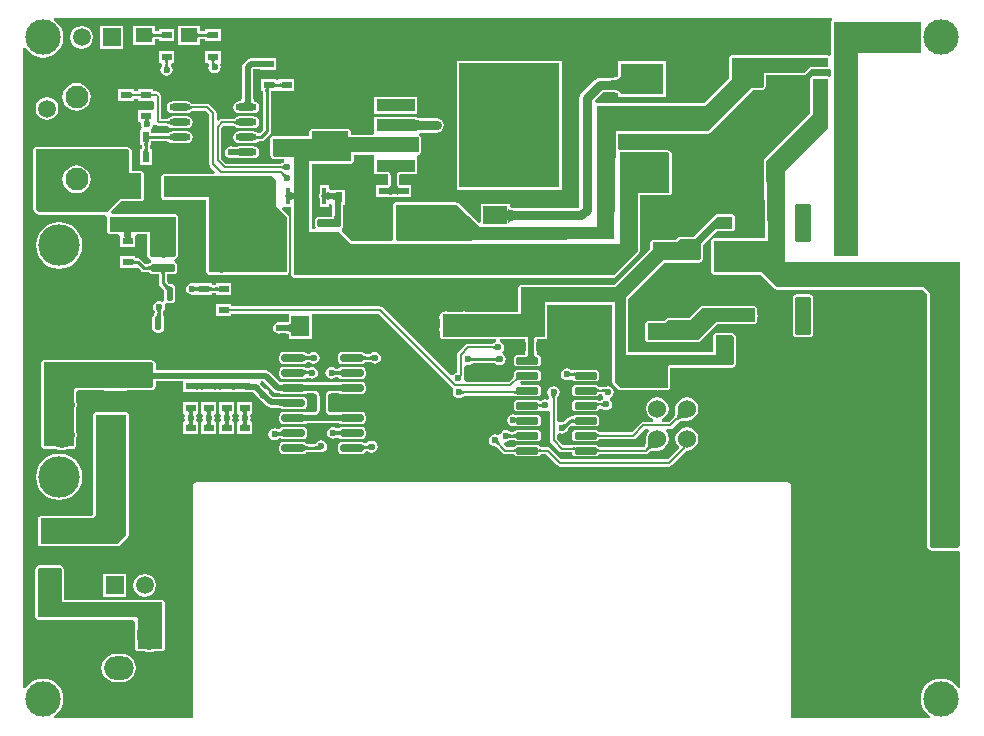
<source format=gtl>
G04*
G04 #@! TF.GenerationSoftware,Altium Limited,Altium Designer,20.2.6 (244)*
G04*
G04 Layer_Physical_Order=1*
G04 Layer_Color=255*
%FSLAX24Y24*%
%MOIN*%
G70*
G04*
G04 #@! TF.SameCoordinates,138FFB06-442B-41CF-B478-29EAC48853A1*
G04*
G04*
G04 #@! TF.FilePolarity,Positive*
G04*
G01*
G75*
%ADD10C,0.0079*%
%ADD14C,0.0100*%
%ADD17R,0.0650X0.0600*%
%ADD18R,0.0550X0.0433*%
G04:AMPARAMS|DCode=19|XSize=36.6mil|YSize=51.6mil|CornerRadius=2.7mil|HoleSize=0mil|Usage=FLASHONLY|Rotation=270.000|XOffset=0mil|YOffset=0mil|HoleType=Round|Shape=RoundedRectangle|*
%AMROUNDEDRECTD19*
21,1,0.0366,0.0461,0,0,270.0*
21,1,0.0311,0.0516,0,0,270.0*
1,1,0.0055,-0.0230,-0.0156*
1,1,0.0055,-0.0230,0.0156*
1,1,0.0055,0.0230,0.0156*
1,1,0.0055,0.0230,-0.0156*
%
%ADD19ROUNDEDRECTD19*%
G04:AMPARAMS|DCode=20|XSize=127.6mil|YSize=51.6mil|CornerRadius=3.9mil|HoleSize=0mil|Usage=FLASHONLY|Rotation=270.000|XOffset=0mil|YOffset=0mil|HoleType=Round|Shape=RoundedRectangle|*
%AMROUNDEDRECTD20*
21,1,0.1276,0.0438,0,0,270.0*
21,1,0.1198,0.0516,0,0,270.0*
1,1,0.0077,-0.0219,-0.0599*
1,1,0.0077,-0.0219,0.0599*
1,1,0.0077,0.0219,0.0599*
1,1,0.0077,0.0219,-0.0599*
%
%ADD20ROUNDEDRECTD20*%
G04:AMPARAMS|DCode=21|XSize=74.8mil|YSize=23.6mil|CornerRadius=3mil|HoleSize=0mil|Usage=FLASHONLY|Rotation=0.000|XOffset=0mil|YOffset=0mil|HoleType=Round|Shape=RoundedRectangle|*
%AMROUNDEDRECTD21*
21,1,0.0748,0.0177,0,0,0.0*
21,1,0.0689,0.0236,0,0,0.0*
1,1,0.0059,0.0344,-0.0089*
1,1,0.0059,-0.0344,-0.0089*
1,1,0.0059,-0.0344,0.0089*
1,1,0.0059,0.0344,0.0089*
%
%ADD21ROUNDEDRECTD21*%
%ADD22R,0.0600X0.0650*%
%ADD23R,0.0354X0.0236*%
%ADD24R,0.0965X0.0925*%
%ADD25R,0.1417X0.1043*%
%ADD26R,0.1264X0.0413*%
%ADD27R,0.0827X0.0610*%
%ADD28R,0.0236X0.0354*%
G04:AMPARAMS|DCode=29|XSize=77.6mil|YSize=23.6mil|CornerRadius=3mil|HoleSize=0mil|Usage=FLASHONLY|Rotation=180.000|XOffset=0mil|YOffset=0mil|HoleType=Round|Shape=RoundedRectangle|*
%AMROUNDEDRECTD29*
21,1,0.0776,0.0177,0,0,180.0*
21,1,0.0717,0.0236,0,0,180.0*
1,1,0.0059,-0.0358,0.0089*
1,1,0.0059,0.0358,0.0089*
1,1,0.0059,0.0358,-0.0089*
1,1,0.0059,-0.0358,-0.0089*
%
%ADD29ROUNDEDRECTD29*%
%ADD30R,0.0154X0.0571*%
%ADD31R,0.0550X0.0500*%
%ADD32O,0.0709X0.0236*%
G04:AMPARAMS|DCode=33|XSize=47.6mil|YSize=23.2mil|CornerRadius=5.8mil|HoleSize=0mil|Usage=FLASHONLY|Rotation=90.000|XOffset=0mil|YOffset=0mil|HoleType=Round|Shape=RoundedRectangle|*
%AMROUNDEDRECTD33*
21,1,0.0476,0.0116,0,0,90.0*
21,1,0.0360,0.0232,0,0,90.0*
1,1,0.0116,0.0058,0.0180*
1,1,0.0116,0.0058,-0.0180*
1,1,0.0116,-0.0058,-0.0180*
1,1,0.0116,-0.0058,0.0180*
%
%ADD33ROUNDEDRECTD33*%
G04:AMPARAMS|DCode=34|XSize=77.6mil|YSize=23.6mil|CornerRadius=5.9mil|HoleSize=0mil|Usage=FLASHONLY|Rotation=0.000|XOffset=0mil|YOffset=0mil|HoleType=Round|Shape=RoundedRectangle|*
%AMROUNDEDRECTD34*
21,1,0.0776,0.0118,0,0,0.0*
21,1,0.0657,0.0236,0,0,0.0*
1,1,0.0118,0.0329,-0.0059*
1,1,0.0118,-0.0329,-0.0059*
1,1,0.0118,-0.0329,0.0059*
1,1,0.0118,0.0329,0.0059*
%
%ADD34ROUNDEDRECTD34*%
%ADD35R,0.0610X0.0827*%
%ADD67R,0.3331X0.4146*%
%ADD68C,0.0197*%
%ADD69C,0.0315*%
%ADD70C,0.0118*%
%ADD71R,0.0598X0.0598*%
%ADD72C,0.0598*%
%ADD73R,0.0598X0.0598*%
%ADD74C,0.0768*%
%ADD75C,0.0591*%
%ADD76O,0.0787X0.0984*%
%ADD77O,0.0984X0.0787*%
%ADD78C,0.0600*%
%ADD79C,0.0856*%
%ADD80C,0.1382*%
%ADD81C,0.1181*%
%ADD82C,0.0236*%
G36*
X27094Y23412D02*
X27090Y23410D01*
X27065Y23350D01*
Y22259D01*
X26986Y22220D01*
X26950Y22235D01*
X23750D01*
X23690Y22210D01*
X23665Y22150D01*
Y21485D01*
X22815Y20635D01*
X19250D01*
X19181Y20686D01*
X19175Y20734D01*
X19450Y21009D01*
X19721D01*
X19725Y21007D01*
X19783Y21006D01*
X19831Y21002D01*
X19871Y20995D01*
X19903Y20986D01*
X19926Y20977D01*
X19942Y20967D01*
X19950Y20960D01*
X19954Y20953D01*
X19957Y20946D01*
X19959Y20926D01*
X19963Y20919D01*
Y20834D01*
X21537D01*
Y22035D01*
X19963D01*
Y21581D01*
X19959Y21574D01*
X19957Y21554D01*
X19954Y21547D01*
X19950Y21540D01*
X19942Y21533D01*
X19926Y21523D01*
X19903Y21514D01*
X19871Y21505D01*
X19831Y21498D01*
X19783Y21494D01*
X19725Y21493D01*
X19721Y21491D01*
X19350D01*
X19258Y21473D01*
X19180Y21420D01*
X18730Y20970D01*
X18677Y20892D01*
X18659Y20800D01*
Y17184D01*
X18616Y17141D01*
X16600D01*
X16595Y17143D01*
X16538Y17144D01*
X16490Y17148D01*
X16450Y17154D01*
X16417Y17162D01*
X16393Y17171D01*
X16378Y17180D01*
X16370Y17187D01*
X16367Y17192D01*
X16365Y17196D01*
X16363Y17214D01*
X16358Y17222D01*
Y17284D01*
X16291D01*
X16278Y17289D01*
X16274Y17287D01*
X16269Y17289D01*
X16260Y17284D01*
X15374D01*
Y16693D01*
X15302Y16661D01*
X14609Y17304D01*
X14603Y17310D01*
X14603Y17310D01*
X14603Y17310D01*
X14575Y17322D01*
X14543Y17335D01*
X14543Y17335D01*
X14543Y17335D01*
X12550D01*
X12490Y17310D01*
X12465Y17250D01*
X12465Y16108D01*
X12410Y16035D01*
X11085D01*
X10739Y16382D01*
X10735Y16400D01*
X10746Y16472D01*
X10748Y16475D01*
X10761Y16483D01*
X10785Y16519D01*
X10793Y16561D01*
Y16739D01*
X10793Y16741D01*
X10794Y16745D01*
X10793Y16750D01*
X10794Y16754D01*
X10784Y16963D01*
X10781Y16970D01*
Y17119D01*
X10784Y17126D01*
X10784Y17161D01*
X10786Y17191D01*
X10789Y17215D01*
X10792Y17234D01*
X10795Y17244D01*
X10847D01*
Y17311D01*
X10852Y17324D01*
X10850Y17330D01*
X10851Y17337D01*
X10847Y17344D01*
Y17756D01*
X10546D01*
X10533Y17761D01*
X10530Y17760D01*
X10453Y17756D01*
X10376Y17747D01*
X10318Y17785D01*
Y17914D01*
X10007D01*
Y17636D01*
X9995Y17619D01*
X9982Y17550D01*
X9995Y17481D01*
X10007Y17464D01*
Y17186D01*
X10318D01*
Y17281D01*
X10338Y17301D01*
X10347Y17301D01*
X10419Y17248D01*
Y17207D01*
X10417Y17170D01*
X10418Y17168D01*
X10417Y17165D01*
X10416Y17128D01*
X10416Y17128D01*
X10416Y17127D01*
X10419Y17120D01*
Y16973D01*
X10416Y16967D01*
X10416Y16967D01*
X10416Y16966D01*
X10415Y16930D01*
X10413Y16902D01*
X10409Y16879D01*
X10405Y16862D01*
X10401Y16852D01*
X10401Y16851D01*
X10399Y16851D01*
X10394Y16849D01*
X9966D01*
X9924Y16841D01*
X9888Y16817D01*
X9864Y16781D01*
X9856Y16739D01*
Y16561D01*
X9864Y16519D01*
X9868Y16514D01*
X9829Y16435D01*
X9735D01*
Y18615D01*
X11050D01*
X11110Y18640D01*
X11135Y18700D01*
Y18915D01*
X11800D01*
X11826Y18847D01*
X11826Y18836D01*
Y18276D01*
X12260D01*
X12269Y18271D01*
X12274Y18271D01*
X12276Y18268D01*
X12280Y18258D01*
X12284Y18241D01*
X12288Y18219D01*
X12290Y18192D01*
X12291Y18157D01*
X12294Y18150D01*
Y18006D01*
X12291Y18000D01*
X12290Y17968D01*
X12286Y17945D01*
X12280Y17929D01*
X12274Y17917D01*
X12267Y17908D01*
X12258Y17901D01*
X12250Y17897D01*
X11894D01*
Y17503D01*
X12312D01*
X12313Y17503D01*
X12314Y17503D01*
X12326Y17498D01*
X12329Y17499D01*
X12406Y17503D01*
X12475Y17513D01*
X12544Y17503D01*
X12621Y17499D01*
X12624Y17498D01*
X12636Y17503D01*
X12637Y17503D01*
X12638Y17503D01*
X13056D01*
Y17897D01*
X12700D01*
X12692Y17901D01*
X12683Y17908D01*
X12676Y17917D01*
X12670Y17929D01*
X12664Y17945D01*
X12660Y17968D01*
X12659Y18000D01*
X12656Y18006D01*
Y18150D01*
X12659Y18157D01*
X12660Y18192D01*
X12662Y18219D01*
X12666Y18241D01*
X12670Y18258D01*
X12674Y18268D01*
X12676Y18271D01*
X12681Y18271D01*
X12690Y18276D01*
X13247D01*
Y18836D01*
X13247Y18847D01*
X13273Y18915D01*
X13300D01*
X13360Y18940D01*
X13385Y19000D01*
Y19500D01*
X13360Y19560D01*
X13332Y19572D01*
X13346Y19652D01*
X13426Y19657D01*
X13483Y19657D01*
X13487Y19659D01*
X13900D01*
X13992Y19677D01*
X14070Y19730D01*
X14123Y19808D01*
X14141Y19900D01*
X14123Y19992D01*
X14070Y20070D01*
X13992Y20123D01*
X13900Y20141D01*
X13488D01*
X13484Y20143D01*
X13372Y20145D01*
X13289Y20150D01*
X13259Y20154D01*
X13247Y20156D01*
Y20185D01*
X13180D01*
X13167Y20191D01*
X13155Y20185D01*
X13150D01*
X13139Y20186D01*
X13139Y20185D01*
X11826D01*
Y19664D01*
X11826Y19615D01*
X11759Y19585D01*
X11035D01*
Y19700D01*
X11010Y19760D01*
X10950Y19785D01*
X9750D01*
X9690Y19760D01*
X9665Y19700D01*
Y19535D01*
X8450D01*
X8390Y19510D01*
X8365Y19450D01*
Y18900D01*
X8390Y18840D01*
X8440Y18790D01*
X8500Y18765D01*
X8818D01*
X8826Y18686D01*
X8823Y18685D01*
X8782Y18658D01*
X8766Y18653D01*
X8759Y18647D01*
X8754Y18643D01*
X8749Y18640D01*
X8745Y18638D01*
X8741Y18636D01*
X8737Y18635D01*
X8733Y18634D01*
X8729Y18633D01*
X8725Y18632D01*
X8717Y18632D01*
X8709Y18628D01*
X6892D01*
X6728Y18792D01*
Y19808D01*
X6800Y19880D01*
X7126D01*
X7135Y19875D01*
X7153Y19875D01*
X7166Y19874D01*
X7174Y19873D01*
X7177Y19869D01*
X7180Y19862D01*
X7182Y19861D01*
X7184Y19858D01*
X7188Y19856D01*
X7189Y19854D01*
X7191Y19853D01*
X7249Y19815D01*
X7326Y19799D01*
X7798D01*
X7875Y19815D01*
X7940Y19858D01*
X7984Y19923D01*
X7999Y20000D01*
X7984Y20077D01*
X7940Y20142D01*
X7875Y20185D01*
X7798Y20201D01*
X7326D01*
X7249Y20185D01*
X7191Y20147D01*
X7189Y20146D01*
X7188Y20144D01*
X7184Y20142D01*
X7182Y20139D01*
X7180Y20138D01*
X7177Y20131D01*
X7174Y20127D01*
X7152Y20125D01*
X7135Y20125D01*
X7126Y20120D01*
X6750D01*
X6750Y20120D01*
X6704Y20111D01*
X6665Y20085D01*
X6665Y20085D01*
X6643Y20063D01*
X6570Y20094D01*
Y20300D01*
X6570Y20300D01*
X6561Y20346D01*
X6535Y20385D01*
X6535Y20385D01*
X6335Y20585D01*
X6296Y20611D01*
X6250Y20620D01*
X6250Y20620D01*
X5774D01*
X5765Y20625D01*
X5747Y20625D01*
X5734Y20626D01*
X5726Y20627D01*
X5723Y20631D01*
X5720Y20638D01*
X5718Y20639D01*
X5716Y20642D01*
X5712Y20644D01*
X5711Y20646D01*
X5709Y20647D01*
X5651Y20685D01*
X5574Y20701D01*
X5102D01*
X5025Y20685D01*
X4960Y20642D01*
X4916Y20577D01*
X4901Y20500D01*
X4916Y20423D01*
X4960Y20358D01*
X5025Y20315D01*
X5102Y20299D01*
X5574D01*
X5651Y20315D01*
X5709Y20353D01*
X5711Y20354D01*
X5712Y20356D01*
X5716Y20358D01*
X5718Y20361D01*
X5720Y20362D01*
X5723Y20369D01*
X5726Y20373D01*
X5748Y20375D01*
X5765Y20375D01*
X5774Y20380D01*
X6200D01*
X6330Y20250D01*
Y18600D01*
X6330Y18600D01*
X6339Y18554D01*
X6365Y18515D01*
X6522Y18358D01*
X6492Y18285D01*
X5700Y18285D01*
X4800Y18285D01*
X4740Y18260D01*
X4715Y18200D01*
Y17500D01*
X4740Y17440D01*
X4740Y17440D01*
Y17416D01*
X4797D01*
X4800Y17415D01*
X5629D01*
X5635Y17411D01*
X5640Y17413D01*
X5644Y17411D01*
X5654Y17415D01*
X6215D01*
Y15000D01*
X6240Y14940D01*
X6300Y14915D01*
X6696D01*
X6724Y14909D01*
X6753Y14915D01*
X8900D01*
X8960Y14940D01*
X8985Y15000D01*
Y16850D01*
X8960Y16910D01*
X8750Y17120D01*
X8796Y17186D01*
X9065D01*
Y14900D01*
X9090Y14840D01*
X9150Y14815D01*
X19800D01*
X19860Y14840D01*
X20660Y15640D01*
X20685Y15700D01*
Y17565D01*
X21650D01*
X21710Y17590D01*
X21735Y17650D01*
Y18950D01*
X21710Y19010D01*
X21660Y19060D01*
X21600Y19085D01*
X20029D01*
X19951Y19144D01*
X19956Y19615D01*
X22950Y19615D01*
X23010Y19640D01*
X24435Y21065D01*
X24744Y21065D01*
X24805Y21090D01*
X24860Y21145D01*
X24885Y21206D01*
X24885Y21565D01*
X26150Y21565D01*
X26210Y21590D01*
X26385Y21765D01*
X26950Y21765D01*
X26986Y21780D01*
X27065Y21741D01*
Y21559D01*
X26986Y21520D01*
X26950Y21535D01*
X26450Y21535D01*
X26390Y21510D01*
X26365Y21450D01*
X26365Y20314D01*
X24833Y18733D01*
X24833Y18732D01*
X24833Y18732D01*
X24821Y18702D01*
X24809Y18672D01*
X24809Y18672D01*
X24809Y18672D01*
X24860Y16191D01*
X24805Y16135D01*
X23150D01*
X23090Y16110D01*
X23065Y16050D01*
X23065Y15000D01*
X23090Y14940D01*
X23150Y14915D01*
X24715Y14915D01*
X25190Y14440D01*
X25250Y14415D01*
X30115D01*
X30265Y14265D01*
Y5850D01*
X30290Y5790D01*
X30340Y5740D01*
X30400Y5715D01*
X31250D01*
X31286Y5730D01*
X31365Y5691D01*
Y1156D01*
X31319Y1136D01*
X31286Y1134D01*
X31186Y1265D01*
X31046Y1372D01*
X30883Y1439D01*
X30709Y1462D01*
X30534Y1439D01*
X30371Y1372D01*
X30231Y1265D01*
X30124Y1125D01*
X30057Y962D01*
X30034Y787D01*
X30057Y613D01*
X30124Y450D01*
X30231Y310D01*
X30362Y210D01*
X30360Y177D01*
X30340Y131D01*
X25722D01*
Y7827D01*
X25731Y7874D01*
X25721Y7924D01*
X25693Y7967D01*
X25650Y7995D01*
X25600Y8005D01*
X5906D01*
X5855Y7995D01*
X5813Y7967D01*
X5784Y7924D01*
X5774Y7874D01*
Y131D01*
X1156D01*
X1136Y177D01*
X1134Y210D01*
X1265Y310D01*
X1372Y450D01*
X1439Y613D01*
X1462Y787D01*
X1439Y962D01*
X1372Y1125D01*
X1265Y1265D01*
X1125Y1372D01*
X962Y1439D01*
X787Y1462D01*
X613Y1439D01*
X450Y1372D01*
X310Y1265D01*
X210Y1134D01*
X177Y1136D01*
X131Y1156D01*
Y22466D01*
X177Y22486D01*
X210Y22488D01*
X310Y22357D01*
X450Y22250D01*
X613Y22183D01*
X787Y22160D01*
X962Y22183D01*
X1125Y22250D01*
X1265Y22357D01*
X1372Y22497D01*
X1439Y22660D01*
X1462Y22835D01*
X1439Y23009D01*
X1372Y23172D01*
X1265Y23312D01*
X1134Y23412D01*
X1136Y23445D01*
X1156Y23491D01*
X27078D01*
X27094Y23412D01*
D02*
G37*
G36*
X26950Y21850D02*
X26350Y21850D01*
X26150Y21650D01*
X24800Y21650D01*
X24800Y21206D01*
X24744Y21150D01*
X24400Y21150D01*
X22950Y19700D01*
X19872Y19700D01*
X19828Y16101D01*
X13482Y16035D01*
X12623D01*
X12550Y16108D01*
X12550Y17250D01*
X14543D01*
X14550Y17243D01*
X15350Y16500D01*
X19250Y16500D01*
Y20550D01*
X22850D01*
X23750Y21450D01*
Y22150D01*
X26950D01*
X26950Y21850D01*
D02*
G37*
G36*
X20044Y20935D02*
X20041Y20965D01*
X20031Y20992D01*
X20015Y21015D01*
X19993Y21036D01*
X19965Y21053D01*
X19930Y21067D01*
X19889Y21078D01*
X19841Y21086D01*
X19788Y21091D01*
X19728Y21093D01*
Y21407D01*
X19788Y21409D01*
X19841Y21414D01*
X19889Y21422D01*
X19930Y21433D01*
X19965Y21447D01*
X19993Y21464D01*
X20015Y21485D01*
X20031Y21508D01*
X20041Y21535D01*
X20044Y21565D01*
Y20935D01*
D02*
G37*
G36*
X5661Y20571D02*
X5664Y20564D01*
X5669Y20558D01*
X5676Y20553D01*
X5686Y20549D01*
X5697Y20546D01*
X5710Y20543D01*
X5726Y20541D01*
X5743Y20540D01*
X5763Y20539D01*
Y20461D01*
X5743Y20460D01*
X5710Y20457D01*
X5697Y20454D01*
X5686Y20451D01*
X5676Y20447D01*
X5669Y20442D01*
X5664Y20436D01*
X5661Y20429D01*
X5660Y20422D01*
Y20578D01*
X5661Y20571D01*
D02*
G37*
G36*
X7240Y19922D02*
X7239Y19929D01*
X7236Y19936D01*
X7231Y19942D01*
X7224Y19947D01*
X7214Y19951D01*
X7203Y19954D01*
X7190Y19957D01*
X7174Y19959D01*
X7157Y19960D01*
X7137Y19961D01*
Y20039D01*
X7157Y20040D01*
X7190Y20043D01*
X7203Y20046D01*
X7214Y20049D01*
X7224Y20053D01*
X7231Y20058D01*
X7236Y20064D01*
X7239Y20071D01*
X7240Y20078D01*
Y19922D01*
D02*
G37*
G36*
X13170Y20096D02*
X13180Y20088D01*
X13196Y20081D01*
X13218Y20075D01*
X13246Y20069D01*
X13281Y20065D01*
X13369Y20059D01*
X13482Y20057D01*
Y19743D01*
X13422Y19742D01*
X13246Y19731D01*
X13218Y19725D01*
X13196Y19719D01*
X13180Y19712D01*
X13170Y19704D01*
X13167Y19695D01*
Y20105D01*
X13170Y20096D01*
D02*
G37*
G36*
X8811Y18423D02*
X8803Y18431D01*
X8794Y18439D01*
X8786Y18446D01*
X8777Y18452D01*
X8767Y18457D01*
X8758Y18461D01*
X8748Y18464D01*
X8737Y18466D01*
X8726Y18468D01*
X8715Y18468D01*
X8721Y18547D01*
X8732Y18547D01*
X8742Y18548D01*
X8753Y18551D01*
X8763Y18553D01*
X8773Y18557D01*
X8783Y18562D01*
X8793Y18567D01*
X8802Y18573D01*
X8812Y18580D01*
X8821Y18588D01*
X8811Y18423D01*
D02*
G37*
G36*
X12653Y18354D02*
X12636Y18348D01*
X12622Y18338D01*
X12609Y18324D01*
X12598Y18307D01*
X12589Y18285D01*
X12582Y18259D01*
X12577Y18230D01*
X12574Y18196D01*
X12573Y18159D01*
X12377D01*
X12376Y18196D01*
X12373Y18230D01*
X12368Y18259D01*
X12361Y18285D01*
X12352Y18307D01*
X12341Y18324D01*
X12328Y18338D01*
X12314Y18348D01*
X12297Y18354D01*
X12278Y18356D01*
X12672D01*
X12653Y18354D01*
D02*
G37*
G36*
X8807Y18299D02*
X8816Y18293D01*
X8824Y18287D01*
X8834Y18282D01*
X8844Y18277D01*
X8854Y18274D01*
X8864Y18271D01*
X8875Y18269D01*
X8887Y18268D01*
X8899Y18268D01*
X8782Y18151D01*
X8782Y18163D01*
X8781Y18175D01*
X8779Y18186D01*
X8776Y18196D01*
X8773Y18206D01*
X8768Y18216D01*
X8763Y18226D01*
X8757Y18234D01*
X8751Y18243D01*
X8743Y18251D01*
X8799Y18307D01*
X8807Y18299D01*
D02*
G37*
G36*
X10950Y19500D02*
X13300D01*
Y19000D01*
X11050D01*
Y18700D01*
X9650D01*
Y16350D01*
X10650D01*
X11050Y15950D01*
X19650D01*
X20000Y15950D01*
X20000Y19000D01*
X21600D01*
X21650Y18950D01*
Y17650D01*
X20600D01*
Y15700D01*
X19800Y14900D01*
X9150D01*
Y17449D01*
X9139Y17448D01*
X9109Y17443D01*
X9083Y17436D01*
X9062Y17427D01*
X9044Y17416D01*
X9030Y17403D01*
X9020Y17389D01*
X9014Y17372D01*
X9012Y17353D01*
Y17747D01*
X9014Y17728D01*
X9020Y17711D01*
X9030Y17697D01*
X9044Y17684D01*
X9062Y17673D01*
X9083Y17664D01*
X9109Y17657D01*
X9139Y17652D01*
X9150Y17651D01*
Y18850D01*
X8500D01*
X8450Y18900D01*
Y19450D01*
X9750D01*
Y19700D01*
X10950D01*
Y19500D01*
D02*
G37*
G36*
X12575Y17958D02*
X12581Y17924D01*
X12591Y17895D01*
X12605Y17869D01*
X12623Y17848D01*
X12644Y17830D01*
X12670Y17816D01*
X12699Y17806D01*
X12733Y17800D01*
X12770Y17798D01*
X12624Y17701D01*
Y17583D01*
X12623Y17587D01*
X12618Y17590D01*
X12611Y17593D01*
X12600Y17595D01*
X12587Y17597D01*
X12551Y17600D01*
X12475Y17602D01*
X12447Y17601D01*
X12350Y17595D01*
X12339Y17593D01*
X12332Y17590D01*
X12327Y17587D01*
X12326Y17583D01*
Y17701D01*
X12180Y17798D01*
X12217Y17800D01*
X12251Y17806D01*
X12280Y17816D01*
X12306Y17830D01*
X12327Y17848D01*
X12345Y17869D01*
X12359Y17895D01*
X12369Y17924D01*
X12375Y17958D01*
X12377Y17995D01*
X12573D01*
X12575Y17958D01*
D02*
G37*
G36*
X10239Y17728D02*
X10244Y17711D01*
X10254Y17697D01*
X10268Y17684D01*
X10286Y17673D01*
X10308Y17664D01*
X10334Y17657D01*
X10363Y17652D01*
X10392Y17650D01*
X10484Y17655D01*
X10502Y17658D01*
X10515Y17662D01*
X10525Y17666D01*
X10531Y17671D01*
X10533Y17676D01*
X10534Y17353D01*
X10532Y17372D01*
X10526Y17389D01*
X10516Y17403D01*
X10502Y17416D01*
X10485Y17427D01*
X10463Y17436D01*
X10437Y17443D01*
X10407Y17448D01*
X10385Y17450D01*
X10363Y17448D01*
X10334Y17443D01*
X10308Y17436D01*
X10286Y17427D01*
X10268Y17416D01*
X10254Y17403D01*
X10244Y17389D01*
X10239Y17372D01*
X10237Y17353D01*
Y17747D01*
X10239Y17728D01*
D02*
G37*
G36*
X10754Y17322D02*
X10742Y17316D01*
X10732Y17306D01*
X10723Y17293D01*
X10716Y17275D01*
X10709Y17253D01*
X10705Y17228D01*
X10701Y17198D01*
X10699Y17165D01*
X10698Y17127D01*
X10502D01*
X10502Y17165D01*
X10509Y17275D01*
X10513Y17293D01*
X10517Y17306D01*
X10522Y17316D01*
X10527Y17322D01*
X10533Y17324D01*
X10767D01*
X10754Y17322D01*
D02*
G37*
G36*
X10698Y16959D02*
X10709Y16750D01*
X10403Y16766D01*
X10422Y16767D01*
X10439Y16772D01*
X10453Y16782D01*
X10466Y16795D01*
X10477Y16813D01*
X10486Y16835D01*
X10493Y16861D01*
X10498Y16891D01*
X10501Y16926D01*
X10502Y16964D01*
X10698Y16959D01*
D02*
G37*
G36*
X16281Y17176D02*
X16291Y17151D01*
X16307Y17129D01*
X16329Y17110D01*
X16357Y17094D01*
X16392Y17081D01*
X16433Y17071D01*
X16480Y17063D01*
X16533Y17059D01*
X16593Y17057D01*
Y16743D01*
X16533Y16741D01*
X16480Y16737D01*
X16433Y16729D01*
X16392Y16719D01*
X16357Y16706D01*
X16329Y16690D01*
X16307Y16671D01*
X16291Y16649D01*
X16281Y16624D01*
X16278Y16596D01*
Y17204D01*
X16281Y17176D01*
D02*
G37*
G36*
X30050Y22959D02*
X30034Y22835D01*
X30050Y22710D01*
Y22300D01*
X27950D01*
Y22200D01*
Y15550D01*
X27150D01*
Y23350D01*
X30050D01*
Y22959D01*
D02*
G37*
G36*
X5700Y18200D02*
X8400Y18200D01*
X8550Y18050D01*
X8550Y17200D01*
X8900Y16850D01*
Y15000D01*
X6300D01*
Y17500D01*
X5645D01*
X5644Y17496D01*
Y17500D01*
X4800D01*
Y18200D01*
X5700Y18200D01*
D02*
G37*
G36*
X26950Y19800D02*
X25500Y18350D01*
Y15350D01*
X31365D01*
Y5915D01*
X31250Y5800D01*
X30400D01*
X30350Y5850D01*
Y14300D01*
X30150Y14500D01*
X25250D01*
X24750Y15000D01*
X23150Y15000D01*
X23150Y16050D01*
X24948D01*
X24894Y18673D01*
X26450Y20279D01*
X26450Y21450D01*
X26950Y21450D01*
X26950Y19800D01*
D02*
G37*
%LPC*%
G36*
X6004Y23229D02*
X5296D01*
Y22571D01*
X6004D01*
Y22764D01*
X6009Y22764D01*
X6026Y22765D01*
X6035Y22769D01*
X6163D01*
X6172Y22765D01*
X6188Y22764D01*
X6194Y22764D01*
Y22703D01*
X6706D01*
Y23097D01*
X6194D01*
Y23036D01*
X6188Y23036D01*
X6172Y23035D01*
X6163Y23031D01*
X6035D01*
X6026Y23035D01*
X6009Y23036D01*
X6004Y23036D01*
Y23229D01*
D02*
G37*
G36*
X4504D02*
X3796D01*
Y22571D01*
X4504D01*
Y22764D01*
X4509Y22764D01*
X4526Y22765D01*
X4535Y22769D01*
X4613D01*
X4622Y22765D01*
X4638Y22764D01*
X4644Y22764D01*
Y22703D01*
X5156D01*
Y23097D01*
X4644D01*
Y23036D01*
X4638Y23036D01*
X4622Y23035D01*
X4613Y23031D01*
X4535D01*
X4526Y23035D01*
X4509Y23036D01*
X4504Y23036D01*
Y23229D01*
D02*
G37*
G36*
X3449Y23213D02*
X2693D01*
Y22457D01*
X3449D01*
Y23213D01*
D02*
G37*
G36*
X2071Y23220D02*
X1923Y23191D01*
X1798Y23107D01*
X1715Y22982D01*
X1686Y22835D01*
X1715Y22687D01*
X1798Y22562D01*
X1923Y22479D01*
X2071Y22449D01*
X2218Y22479D01*
X2343Y22562D01*
X2427Y22687D01*
X2456Y22835D01*
X2427Y22982D01*
X2343Y23107D01*
X2218Y23191D01*
X2071Y23220D01*
D02*
G37*
G36*
X8124Y22152D02*
X8113Y22147D01*
X8101Y22149D01*
X8044Y22147D01*
Y22139D01*
X7962Y22134D01*
X7927Y22134D01*
X7920Y22131D01*
X7715D01*
X7646Y22117D01*
X7588Y22078D01*
X7472Y21962D01*
X7433Y21904D01*
X7419Y21835D01*
Y20834D01*
X7415Y20827D01*
X7399Y20750D01*
X7359Y20701D01*
X7326D01*
X7249Y20685D01*
X7184Y20642D01*
X7141Y20577D01*
X7125Y20500D01*
X7141Y20423D01*
X7184Y20358D01*
X7249Y20315D01*
X7326Y20299D01*
X7798D01*
X7875Y20315D01*
X7940Y20358D01*
X7984Y20423D01*
X7999Y20500D01*
X7984Y20577D01*
X7940Y20642D01*
X7875Y20685D01*
X7798Y20701D01*
X7792Y20708D01*
X7801Y20750D01*
X7785Y20827D01*
X7781Y20834D01*
Y21760D01*
X7790Y21769D01*
X7919D01*
X7926Y21766D01*
X7995Y21766D01*
X8044Y21763D01*
Y21753D01*
X8101Y21751D01*
X8113Y21752D01*
X8124Y21748D01*
X8137Y21753D01*
X8556D01*
Y22147D01*
X8137D01*
X8124Y22152D01*
D02*
G37*
G36*
X6706Y22382D02*
X6194D01*
Y21988D01*
X6247D01*
X6259Y21985D01*
X6271Y21978D01*
X6303Y21930D01*
X6310Y21910D01*
X6310Y21909D01*
X6311Y21893D01*
X6299Y21836D01*
X6315Y21759D01*
X6358Y21694D01*
X6423Y21651D01*
X6500Y21636D01*
X6577Y21651D01*
X6642Y21694D01*
X6685Y21759D01*
X6701Y21836D01*
X6686Y21910D01*
X6686Y21914D01*
X6706Y21988D01*
X6706D01*
Y22382D01*
D02*
G37*
G36*
X5156D02*
X4644D01*
Y21988D01*
X4720D01*
X4755Y21950D01*
X4756Y21949D01*
X4758Y21945D01*
X4760Y21942D01*
X4761Y21939D01*
X4770Y21911D01*
X4768Y21908D01*
X4765Y21904D01*
X4762Y21900D01*
X4756Y21893D01*
X4751Y21882D01*
X4715Y21827D01*
X4699Y21750D01*
X4715Y21673D01*
X4758Y21608D01*
X4823Y21565D01*
X4900Y21549D01*
X4977Y21565D01*
X5042Y21608D01*
X5085Y21673D01*
X5101Y21750D01*
X5085Y21827D01*
X5049Y21881D01*
X5044Y21893D01*
X5038Y21900D01*
X5035Y21904D01*
X5032Y21908D01*
X5030Y21911D01*
X5039Y21939D01*
X5040Y21942D01*
X5042Y21945D01*
X5044Y21949D01*
X5045Y21950D01*
X5080Y21988D01*
X5156D01*
Y22382D01*
D02*
G37*
G36*
X8644Y21447D02*
X8592Y21422D01*
X8556Y21432D01*
Y21432D01*
X8044D01*
Y21038D01*
X8114D01*
X8114Y21033D01*
X8115Y21016D01*
X8119Y21007D01*
Y19754D01*
X8014Y19650D01*
X7940Y19642D01*
X7922Y19654D01*
X7920Y19659D01*
X7913Y19662D01*
X7910Y19668D01*
X7897Y19671D01*
X7875Y19685D01*
X7798Y19701D01*
X7326D01*
X7249Y19685D01*
X7184Y19642D01*
X7141Y19577D01*
X7125Y19500D01*
X7141Y19423D01*
X7184Y19358D01*
X7249Y19315D01*
X7326Y19299D01*
X7798D01*
X7875Y19315D01*
X7897Y19329D01*
X7910Y19332D01*
X7913Y19338D01*
X7920Y19341D01*
X7922Y19346D01*
X7940Y19358D01*
X7942Y19361D01*
X7981Y19364D01*
X8006Y19365D01*
X8015Y19369D01*
X8050D01*
X8100Y19379D01*
X8143Y19407D01*
X8343Y19607D01*
X8371Y19650D01*
X8381Y19700D01*
Y21007D01*
X8385Y21016D01*
X8386Y21033D01*
X8386Y21038D01*
X8556D01*
X8556Y21038D01*
X8608Y21063D01*
X8644Y21053D01*
Y21053D01*
X9156D01*
Y21447D01*
X8644D01*
X8644Y21447D01*
D02*
G37*
G36*
X4456Y21112D02*
X3944D01*
Y21040D01*
X3943Y21040D01*
X3934Y21035D01*
X3816D01*
X3807Y21040D01*
X3806Y21040D01*
Y21097D01*
X3294D01*
Y20703D01*
X3806D01*
Y20790D01*
X3807Y20790D01*
X3816Y20795D01*
X3934D01*
X3943Y20790D01*
X3944Y20790D01*
Y20718D01*
X4456D01*
X4480Y20649D01*
Y20466D01*
X4456Y20397D01*
X4401Y20397D01*
X3944D01*
Y20003D01*
X4006D01*
X4049Y19950D01*
X4065Y19873D01*
X4090Y19835D01*
X4055Y19756D01*
X4003D01*
Y19244D01*
X4071D01*
X4072Y19238D01*
X4072Y19222D01*
X4076Y19213D01*
Y19137D01*
X4072Y19128D01*
X4072Y19112D01*
X4071Y19106D01*
X4018D01*
Y18594D01*
X4412D01*
Y19106D01*
X4344D01*
X4343Y19112D01*
X4343Y19128D01*
X4339Y19137D01*
Y19213D01*
X4343Y19222D01*
X4343Y19238D01*
X4344Y19244D01*
X4397D01*
Y19364D01*
X4403Y19364D01*
X4419Y19365D01*
X4428Y19369D01*
X4885D01*
X4894Y19365D01*
X4920Y19364D01*
X4941Y19363D01*
X4957Y19361D01*
X4958Y19361D01*
X4960Y19358D01*
X4978Y19346D01*
X4980Y19341D01*
X4987Y19338D01*
X4990Y19332D01*
X5003Y19329D01*
X5025Y19315D01*
X5102Y19299D01*
X5574D01*
X5651Y19315D01*
X5716Y19358D01*
X5759Y19423D01*
X5775Y19500D01*
X5759Y19577D01*
X5716Y19642D01*
X5651Y19685D01*
X5574Y19701D01*
X5102D01*
X5025Y19685D01*
X5003Y19671D01*
X4990Y19668D01*
X4987Y19662D01*
X4980Y19659D01*
X4978Y19654D01*
X4960Y19642D01*
X4958Y19639D01*
X4919Y19636D01*
X4894Y19635D01*
X4885Y19631D01*
X4428D01*
X4419Y19635D01*
X4403Y19636D01*
X4397Y19636D01*
Y19756D01*
X4397Y19756D01*
X4407Y19830D01*
X4435Y19873D01*
X4445Y19923D01*
X4477Y19940D01*
X4523Y19951D01*
X4525Y19951D01*
X4561Y19915D01*
X4561Y19915D01*
X4600Y19889D01*
X4646Y19880D01*
X4646Y19880D01*
X4901D01*
X4911Y19875D01*
X4928Y19875D01*
X4942Y19874D01*
X4950Y19873D01*
X4952Y19869D01*
X4955Y19862D01*
X4958Y19861D01*
X4960Y19858D01*
X4963Y19856D01*
X4964Y19854D01*
X4967Y19853D01*
X5025Y19815D01*
X5102Y19799D01*
X5574D01*
X5651Y19815D01*
X5716Y19858D01*
X5759Y19923D01*
X5775Y20000D01*
X5759Y20077D01*
X5716Y20142D01*
X5651Y20185D01*
X5574Y20201D01*
X5102D01*
X5025Y20185D01*
X4967Y20147D01*
X4964Y20146D01*
X4963Y20144D01*
X4960Y20142D01*
X4958Y20139D01*
X4955Y20138D01*
X4952Y20131D01*
X4950Y20127D01*
X4927Y20125D01*
X4911Y20125D01*
X4901Y20120D01*
X4720D01*
Y20869D01*
X4720Y20869D01*
X4711Y20915D01*
X4685Y20954D01*
X4685Y20954D01*
X4639Y21000D01*
X4600Y21026D01*
X4554Y21035D01*
X4554Y21035D01*
X4466D01*
X4457Y21040D01*
X4456Y21040D01*
Y21112D01*
D02*
G37*
G36*
X1900Y21323D02*
X1779Y21307D01*
X1667Y21260D01*
X1570Y21186D01*
X1496Y21089D01*
X1449Y20977D01*
X1433Y20856D01*
X1449Y20735D01*
X1496Y20623D01*
X1570Y20526D01*
X1667Y20452D01*
X1779Y20405D01*
X1900Y20389D01*
X2021Y20405D01*
X2133Y20452D01*
X2230Y20526D01*
X2304Y20623D01*
X2351Y20735D01*
X2367Y20856D01*
X2351Y20977D01*
X2304Y21089D01*
X2230Y21186D01*
X2133Y21260D01*
X2021Y21307D01*
X1900Y21323D01*
D02*
G37*
G36*
X13247Y20855D02*
X11826D01*
Y20284D01*
X13247D01*
Y20855D01*
D02*
G37*
G36*
X916Y20844D02*
X770Y20815D01*
X646Y20732D01*
X563Y20608D01*
X534Y20462D01*
X563Y20316D01*
X646Y20193D01*
X770Y20110D01*
X916Y20081D01*
X1062Y20110D01*
X1185Y20193D01*
X1268Y20316D01*
X1297Y20462D01*
X1268Y20608D01*
X1185Y20732D01*
X1062Y20815D01*
X916Y20844D01*
D02*
G37*
G36*
X7798Y19201D02*
X7326D01*
X7258Y19187D01*
X7128Y19185D01*
X7127Y19185D01*
X7050Y19201D01*
X6973Y19185D01*
X6908Y19142D01*
X6865Y19077D01*
X6849Y19000D01*
X6865Y18923D01*
X6908Y18858D01*
X6973Y18815D01*
X7050Y18799D01*
X7127Y18815D01*
X7129Y18816D01*
X7212Y18815D01*
X7251Y18814D01*
X7326Y18799D01*
X7798D01*
X7875Y18815D01*
X7940Y18858D01*
X7984Y18923D01*
X7999Y19000D01*
X7984Y19077D01*
X7940Y19142D01*
X7875Y19185D01*
X7798Y19201D01*
D02*
G37*
G36*
X18072Y22052D02*
X14584D01*
Y17748D01*
X18072D01*
Y22052D01*
D02*
G37*
G36*
X3600Y19185D02*
X550D01*
X490Y19160D01*
X465Y19100D01*
Y17100D01*
X490Y17040D01*
X590Y16940D01*
X650Y16915D01*
X2856D01*
X2913Y16852D01*
X2915Y16842D01*
X2915Y16350D01*
X2940Y16290D01*
X3000Y16265D01*
X3273D01*
X3322Y16252D01*
X3341Y16173D01*
X3339Y16167D01*
X3341Y16161D01*
X3340Y16156D01*
X3344Y16148D01*
Y15853D01*
X3856D01*
Y16148D01*
X3860Y16156D01*
X3859Y16161D01*
X3861Y16167D01*
X3859Y16173D01*
X3878Y16252D01*
X3927Y16265D01*
X4265D01*
Y15550D01*
X4290Y15490D01*
X4340Y15440D01*
X4382Y15422D01*
X4382Y15342D01*
X4375Y15341D01*
X4339Y15317D01*
X4339Y15316D01*
X4339Y15316D01*
X4338Y15315D01*
X4336Y15311D01*
X4332Y15310D01*
X4327Y15298D01*
X4320Y15287D01*
X4315Y15287D01*
X4303Y15286D01*
X4286Y15285D01*
X4277Y15281D01*
X4195D01*
X4049Y15428D01*
X4006Y15456D01*
X3956Y15466D01*
X3887D01*
X3878Y15470D01*
X3862Y15471D01*
X3856Y15471D01*
Y15532D01*
X3344D01*
Y15138D01*
X3856D01*
Y15138D01*
X3935Y15171D01*
X4048Y15057D01*
X4091Y15029D01*
X4141Y15019D01*
X4277D01*
X4286Y15015D01*
X4303Y15014D01*
X4315Y15013D01*
X4320Y15013D01*
X4327Y15002D01*
X4332Y14990D01*
X4336Y14989D01*
X4338Y14985D01*
X4339Y14984D01*
X4339Y14984D01*
X4339Y14983D01*
X4375Y14959D01*
X4417Y14951D01*
X4640D01*
X4640Y14947D01*
X4640Y14930D01*
X4644Y14921D01*
Y14641D01*
X4654Y14590D01*
X4683Y14548D01*
X4748Y14483D01*
X4751Y14474D01*
X4786Y14437D01*
X4796Y14423D01*
X4802Y14415D01*
Y14397D01*
X4800Y14391D01*
X4802Y14385D01*
Y14383D01*
X4801Y14377D01*
X4802Y14375D01*
Y14114D01*
X4810Y14074D01*
X4777Y14040D01*
X4747Y14022D01*
X4727Y14035D01*
X4650Y14051D01*
X4573Y14035D01*
X4508Y13992D01*
X4465Y13927D01*
X4449Y13850D01*
X4465Y13773D01*
X4487Y13740D01*
X4491Y13723D01*
X4495Y13719D01*
X4496Y13717D01*
X4497Y13715D01*
X4498Y13712D01*
X4499Y13709D01*
X4500Y13704D01*
X4501Y13700D01*
X4503Y13685D01*
X4503Y13677D01*
X4505Y13673D01*
X4480Y13596D01*
X4478Y13591D01*
X4473Y13588D01*
X4473Y13587D01*
X4469Y13585D01*
X4439Y13539D01*
X4428Y13486D01*
Y13126D01*
X4439Y13072D01*
X4469Y13027D01*
X4515Y12997D01*
X4568Y12986D01*
X4684D01*
X4737Y12997D01*
X4783Y13027D01*
X4813Y13072D01*
X4824Y13126D01*
Y13486D01*
X4813Y13539D01*
X4794Y13568D01*
X4787Y13585D01*
X4773Y13658D01*
X4772Y13661D01*
X4773Y13665D01*
X4773Y13674D01*
X4774Y13680D01*
X4775Y13684D01*
X4776Y13687D01*
X4776Y13689D01*
X4777Y13691D01*
X4777Y13691D01*
X4780Y13694D01*
X4785Y13703D01*
X4792Y13708D01*
X4835Y13773D01*
X4851Y13850D01*
X4836Y13926D01*
X4839Y13931D01*
X4881Y13977D01*
X4892Y13985D01*
X4942Y13974D01*
X5058D01*
X5111Y13985D01*
X5157Y14015D01*
X5187Y14061D01*
X5198Y14114D01*
Y14474D01*
X5187Y14528D01*
X5157Y14573D01*
X5111Y14603D01*
X5058Y14614D01*
X5041D01*
X5039Y14615D01*
X5033Y14614D01*
X5031D01*
X5025Y14616D01*
X5019Y14614D01*
X5001D01*
X4994Y14619D01*
X4962Y14646D01*
X4943Y14664D01*
X4934Y14668D01*
X4907Y14695D01*
Y14921D01*
X4911Y14930D01*
X4911Y14947D01*
X4912Y14951D01*
X5134D01*
X5176Y14959D01*
X5212Y14983D01*
X5236Y15019D01*
X5244Y15061D01*
Y15239D01*
X5236Y15281D01*
X5212Y15317D01*
X5176Y15341D01*
X5169Y15342D01*
X5163Y15423D01*
X5202Y15440D01*
X5260Y15498D01*
X5285Y15558D01*
X5285Y16850D01*
X5260Y16910D01*
X5200Y16935D01*
X3067D01*
X3034Y17014D01*
X3385Y17365D01*
X4050D01*
X4110Y17390D01*
X4135Y17450D01*
Y18300D01*
X4110Y18360D01*
X4050Y18385D01*
X3735Y18385D01*
Y19050D01*
X3710Y19110D01*
X3660Y19160D01*
X3600Y19185D01*
D02*
G37*
G36*
X1321Y16677D02*
X1120Y16650D01*
X933Y16573D01*
X772Y16449D01*
X649Y16289D01*
X571Y16101D01*
X545Y15900D01*
X571Y15699D01*
X649Y15512D01*
X772Y15351D01*
X933Y15228D01*
X1120Y15151D01*
X1321Y15124D01*
X1522Y15151D01*
X1709Y15228D01*
X1870Y15351D01*
X1994Y15512D01*
X2071Y15699D01*
X2098Y15900D01*
X2071Y16101D01*
X1994Y16289D01*
X1870Y16449D01*
X1709Y16573D01*
X1522Y16650D01*
X1321Y16677D01*
D02*
G37*
G36*
X5750Y14651D02*
X5673Y14635D01*
X5608Y14592D01*
X5565Y14527D01*
X5549Y14450D01*
X5565Y14373D01*
X5608Y14308D01*
X5673Y14265D01*
X5750Y14249D01*
X5815Y14262D01*
X5894Y14253D01*
X5894Y14253D01*
X6406D01*
Y14314D01*
X6412Y14314D01*
X6428Y14315D01*
X6437Y14319D01*
X6513D01*
X6522Y14315D01*
X6538Y14314D01*
X6544Y14314D01*
Y14253D01*
X7056D01*
Y14647D01*
X6544D01*
Y14586D01*
X6538Y14586D01*
X6522Y14585D01*
X6513Y14581D01*
X6437D01*
X6428Y14585D01*
X6412Y14586D01*
X6406Y14586D01*
Y14647D01*
X5894D01*
Y14647D01*
X5815Y14638D01*
X5750Y14651D01*
D02*
G37*
G36*
X23250Y16935D02*
X23190Y16910D01*
X22490Y16210D01*
X22479Y16185D01*
X22000D01*
X21960Y16169D01*
X21946D01*
Y16163D01*
X21940Y16160D01*
X21865Y16085D01*
X21100D01*
X21040Y16060D01*
X21015Y16000D01*
X21015Y15785D01*
X19815Y14585D01*
X16700D01*
X16640Y14560D01*
X16615Y14500D01*
Y13685D01*
X14877Y13685D01*
X14877Y13685D01*
X14800Y13701D01*
X14723Y13685D01*
X14723Y13685D01*
X14277D01*
X14277Y13685D01*
X14200Y13701D01*
X14123Y13685D01*
X14123Y13685D01*
X14100D01*
X14040Y13660D01*
X14015Y13600D01*
Y13577D01*
X14015Y13577D01*
X13999Y13500D01*
X14015Y13423D01*
X14015Y13423D01*
Y13177D01*
X14015Y13177D01*
X13999Y13100D01*
X14015Y13023D01*
X14015Y13023D01*
Y12850D01*
X14040Y12790D01*
X14100Y12765D01*
X15868Y12765D01*
X15876Y12686D01*
X15873Y12685D01*
X15818Y12649D01*
X15807Y12644D01*
X15800Y12638D01*
X15796Y12635D01*
X15792Y12632D01*
X15789Y12630D01*
X15785Y12628D01*
X15782Y12627D01*
X15779Y12626D01*
X15776Y12625D01*
X15772Y12625D01*
X15764Y12625D01*
X15756Y12620D01*
X14950D01*
X14904Y12611D01*
X14865Y12585D01*
X14865Y12585D01*
X14615Y12335D01*
X14589Y12296D01*
X14580Y12250D01*
X14580Y12250D01*
Y11667D01*
X14549Y11661D01*
X14484Y11617D01*
X14463Y11586D01*
X14369Y11568D01*
X12102Y13835D01*
X12063Y13861D01*
X12017Y13870D01*
X12017Y13870D01*
X7066D01*
X7057Y13875D01*
X7056Y13875D01*
Y13932D01*
X6544D01*
Y13538D01*
X7056D01*
Y13625D01*
X7057Y13625D01*
X7066Y13630D01*
X8913D01*
X8981Y13604D01*
X8981Y13551D01*
Y13362D01*
X8978Y13356D01*
X8977Y13351D01*
X8975Y13349D01*
X8964Y13345D01*
X8947Y13341D01*
X8925Y13337D01*
X8897Y13335D01*
X8862Y13334D01*
X8855Y13331D01*
X8734D01*
X8727Y13335D01*
X8650Y13351D01*
X8573Y13335D01*
X8508Y13292D01*
X8465Y13227D01*
X8449Y13150D01*
X8465Y13073D01*
X8508Y13008D01*
X8573Y12965D01*
X8650Y12949D01*
X8727Y12965D01*
X8734Y12969D01*
X8855D01*
X8862Y12966D01*
X8897Y12965D01*
X8925Y12963D01*
X8947Y12959D01*
X8964Y12955D01*
X8974Y12951D01*
X8977Y12949D01*
X8978Y12944D01*
X8981Y12938D01*
Y12796D01*
X9739D01*
Y13551D01*
X9739Y13604D01*
X9807Y13630D01*
X11967D01*
X14442Y11154D01*
X14442Y11154D01*
X14465Y11077D01*
X14449Y11000D01*
X14465Y10923D01*
X14508Y10858D01*
X14573Y10815D01*
X14650Y10799D01*
X14727Y10815D01*
X14782Y10851D01*
X14793Y10856D01*
X14800Y10862D01*
X14804Y10865D01*
X14808Y10868D01*
X14811Y10870D01*
X14815Y10872D01*
X14818Y10873D01*
X14821Y10874D01*
X14824Y10875D01*
X14828Y10875D01*
X14836Y10875D01*
X14844Y10880D01*
X16475D01*
X16484Y10875D01*
X16497Y10875D01*
X16518Y10874D01*
X16534Y10873D01*
X16537Y10872D01*
X16540Y10872D01*
X16542Y10871D01*
X16542Y10871D01*
X16544Y10871D01*
X16548Y10871D01*
X16553Y10871D01*
X16576Y10866D01*
X16589Y10863D01*
X16590Y10864D01*
X17278D01*
X17320Y10872D01*
X17356Y10896D01*
X17380Y10932D01*
X17388Y10974D01*
Y11151D01*
X17380Y11194D01*
X17356Y11229D01*
X17320Y11253D01*
X17278Y11262D01*
X16719D01*
X16707Y11272D01*
X16680Y11341D01*
X16705Y11364D01*
X17278D01*
X17320Y11372D01*
X17356Y11396D01*
X17380Y11432D01*
X17388Y11474D01*
Y11651D01*
X17380Y11694D01*
X17356Y11729D01*
X17320Y11753D01*
X17278Y11762D01*
X16589D01*
X16547Y11753D01*
X16511Y11729D01*
X16487Y11694D01*
X16479Y11651D01*
Y11573D01*
X16477Y11570D01*
X16479Y11564D01*
Y11563D01*
X16476Y11557D01*
X16479Y11551D01*
Y11545D01*
X16477Y11543D01*
X16457Y11519D01*
X16443Y11505D01*
X16439Y11495D01*
X16304Y11360D01*
X14872D01*
X14819Y11438D01*
X14826Y11475D01*
X14812Y11548D01*
X14820Y11593D01*
Y11862D01*
X14899Y11909D01*
X14950Y11899D01*
X15027Y11915D01*
X15080Y11950D01*
X15092Y11955D01*
X15096Y11958D01*
X15097Y11959D01*
X15098Y11960D01*
X15100Y11960D01*
X15102Y11961D01*
X15105Y11962D01*
X15109Y11963D01*
X15114Y11964D01*
X15121Y11965D01*
X15130Y11965D01*
X15139Y11969D01*
X15811D01*
X15820Y11965D01*
X15829Y11965D01*
X15836Y11964D01*
X15841Y11963D01*
X15845Y11962D01*
X15848Y11961D01*
X15850Y11960D01*
X15852Y11960D01*
X15853Y11959D01*
X15854Y11958D01*
X15858Y11955D01*
X15869Y11950D01*
X15923Y11915D01*
X16000Y11899D01*
X16077Y11915D01*
X16142Y11958D01*
X16185Y12023D01*
X16201Y12100D01*
X16185Y12177D01*
X16142Y12242D01*
X16101Y12269D01*
X16091Y12352D01*
X16092Y12358D01*
X16135Y12423D01*
X16151Y12500D01*
X16135Y12577D01*
X16092Y12642D01*
X16027Y12685D01*
X16024Y12686D01*
X16032Y12765D01*
X16863D01*
X16866Y12723D01*
X16866Y12688D01*
X16869Y12681D01*
Y12386D01*
X16866Y12379D01*
X16865Y12344D01*
X16863Y12317D01*
X16859Y12294D01*
X16855Y12278D01*
X16851Y12267D01*
X16849Y12264D01*
X16844Y12264D01*
X16840Y12262D01*
X16589D01*
X16547Y12253D01*
X16511Y12229D01*
X16487Y12194D01*
X16479Y12151D01*
Y11974D01*
X16487Y11932D01*
X16511Y11896D01*
X16547Y11872D01*
X16589Y11864D01*
X17278D01*
X17320Y11872D01*
X17356Y11896D01*
X17380Y11932D01*
X17388Y11974D01*
Y12151D01*
X17380Y12194D01*
X17356Y12229D01*
X17320Y12253D01*
X17278Y12262D01*
X17260D01*
X17256Y12264D01*
X17251Y12264D01*
X17249Y12267D01*
X17245Y12278D01*
X17241Y12294D01*
X17237Y12317D01*
X17235Y12344D01*
X17234Y12379D01*
X17231Y12386D01*
Y12680D01*
X17234Y12687D01*
X17235Y12722D01*
X17237Y12750D01*
X17239Y12765D01*
X17500D01*
X17560Y12790D01*
X17567Y12806D01*
X17569D01*
X17585Y12850D01*
X17585Y12878D01*
X17585Y13915D01*
X19765Y13915D01*
Y11350D01*
X19790Y11290D01*
X19990Y11090D01*
X20050Y11065D01*
X21249D01*
X21260Y11063D01*
X21270Y11065D01*
X21600D01*
X21660Y11090D01*
X21685Y11150D01*
X21685Y11815D01*
X21685Y11815D01*
X23750Y11815D01*
X23810Y11840D01*
X23860Y11890D01*
X23885Y11950D01*
X23885Y12842D01*
X23860Y12902D01*
X23802Y12960D01*
X23742Y12985D01*
X23200D01*
X23140Y12960D01*
X23115Y12900D01*
Y12335D01*
X20285D01*
X20285Y14115D01*
X21485Y15315D01*
X22650Y15315D01*
X22710Y15340D01*
X22760Y15390D01*
X22785Y15450D01*
X22785Y15915D01*
X22786Y15915D01*
X23235Y16365D01*
X23750D01*
X23810Y16390D01*
X23835Y16450D01*
Y16850D01*
X23810Y16910D01*
X23750Y16935D01*
X23250Y16935D01*
D02*
G37*
G36*
X26336Y14269D02*
X25898D01*
X25852Y14260D01*
X25813Y14234D01*
X25787Y14195D01*
X25778Y14149D01*
Y12951D01*
X25787Y12905D01*
X25813Y12866D01*
X25852Y12840D01*
X25898Y12831D01*
X26336D01*
X26382Y12840D01*
X26421Y12866D01*
X26447Y12905D01*
X26456Y12951D01*
Y14149D01*
X26447Y14195D01*
X26421Y14234D01*
X26382Y14260D01*
X26336Y14269D01*
D02*
G37*
G36*
X24500Y13885D02*
X22750D01*
X22690Y13860D01*
X22315Y13485D01*
X21650D01*
X21627Y13476D01*
X21603Y13471D01*
X21474Y13385D01*
X21400Y13385D01*
X20950D01*
X20890Y13360D01*
X20865Y13300D01*
Y12750D01*
X20890Y12690D01*
X20950Y12665D01*
X22600D01*
X22660Y12690D01*
X23235Y13265D01*
X24500Y13265D01*
X24560Y13290D01*
X24585Y13350D01*
Y13473D01*
X24585Y13473D01*
X24601Y13550D01*
X24585Y13627D01*
X24585Y13627D01*
Y13800D01*
X24560Y13860D01*
X24500Y13885D01*
D02*
G37*
G36*
X9800Y12351D02*
X9723Y12335D01*
X9669Y12300D01*
X9658Y12295D01*
X9654Y12292D01*
X9653Y12291D01*
X9652Y12290D01*
X9650Y12290D01*
X9648Y12289D01*
X9645Y12288D01*
X9641Y12287D01*
X9636Y12286D01*
X9629Y12285D01*
X9620Y12285D01*
X9556Y12310D01*
X9551Y12312D01*
X9548Y12317D01*
X9537Y12320D01*
X9508Y12339D01*
X9454Y12350D01*
X8797D01*
X8743Y12339D01*
X8698Y12308D01*
X8667Y12263D01*
X8656Y12209D01*
Y12091D01*
X8667Y12037D01*
X8698Y11992D01*
X8743Y11961D01*
X8797Y11950D01*
X9454D01*
X9508Y11961D01*
X9537Y11980D01*
X9548Y11983D01*
X9551Y11988D01*
X9556Y11990D01*
X9620Y12015D01*
X9629Y12015D01*
X9636Y12014D01*
X9641Y12013D01*
X9645Y12012D01*
X9648Y12011D01*
X9650Y12010D01*
X9652Y12010D01*
X9653Y12009D01*
X9654Y12008D01*
X9658Y12005D01*
X9669Y12000D01*
X9723Y11965D01*
X9800Y11949D01*
X9877Y11965D01*
X9942Y12008D01*
X9985Y12073D01*
X10001Y12150D01*
X9985Y12227D01*
X9942Y12292D01*
X9877Y12335D01*
X9800Y12351D01*
D02*
G37*
G36*
X11850D02*
X11773Y12335D01*
X11719Y12300D01*
X11708Y12295D01*
X11704Y12292D01*
X11703Y12291D01*
X11702Y12290D01*
X11700Y12290D01*
X11698Y12289D01*
X11695Y12288D01*
X11691Y12287D01*
X11686Y12286D01*
X11679Y12285D01*
X11670Y12285D01*
X11661Y12281D01*
X11573D01*
X11564Y12285D01*
X11544Y12286D01*
X11529Y12287D01*
X11517Y12288D01*
X11516Y12289D01*
X11509Y12298D01*
X11505Y12310D01*
X11499Y12312D01*
X11497Y12317D01*
X11486Y12320D01*
X11457Y12339D01*
X11403Y12350D01*
X10746D01*
X10692Y12339D01*
X10646Y12308D01*
X10616Y12263D01*
X10605Y12209D01*
Y12091D01*
X10616Y12037D01*
X10646Y11992D01*
X10692Y11961D01*
X10746Y11950D01*
X11403D01*
X11457Y11961D01*
X11486Y11980D01*
X11497Y11983D01*
X11499Y11988D01*
X11505Y11990D01*
X11509Y12002D01*
X11516Y12011D01*
X11516Y12011D01*
X11545Y12014D01*
X11564Y12015D01*
X11573Y12019D01*
X11661D01*
X11670Y12015D01*
X11679Y12015D01*
X11686Y12014D01*
X11691Y12013D01*
X11695Y12012D01*
X11698Y12011D01*
X11700Y12010D01*
X11702Y12010D01*
X11703Y12009D01*
X11704Y12008D01*
X11708Y12005D01*
X11719Y12000D01*
X11773Y11965D01*
X11850Y11949D01*
X11927Y11965D01*
X11992Y12008D01*
X12035Y12073D01*
X12051Y12150D01*
X12035Y12227D01*
X11992Y12292D01*
X11927Y12335D01*
X11850Y12351D01*
D02*
G37*
G36*
X9750Y11851D02*
X9673Y11835D01*
X9654Y11823D01*
X9639Y11820D01*
X9634Y11817D01*
X9632Y11816D01*
X9629Y11815D01*
X9625Y11814D01*
X9621Y11812D01*
X9616Y11811D01*
X9611Y11810D01*
X9598Y11809D01*
X9591Y11810D01*
X9582Y11811D01*
X9573Y11813D01*
X9565Y11815D01*
X9556Y11818D01*
X9548Y11821D01*
X9540Y11825D01*
X9532Y11829D01*
X9522Y11836D01*
X9510Y11838D01*
X9508Y11839D01*
X9454Y11850D01*
X8797D01*
X8743Y11839D01*
X8698Y11808D01*
X8667Y11763D01*
X8656Y11709D01*
Y11591D01*
X8667Y11537D01*
X8698Y11492D01*
X8743Y11461D01*
X8797Y11450D01*
X9454D01*
X9508Y11461D01*
X9554Y11492D01*
X9636Y11488D01*
X9642Y11486D01*
X9673Y11465D01*
X9750Y11449D01*
X9827Y11465D01*
X9892Y11508D01*
X9935Y11573D01*
X9951Y11650D01*
X9935Y11727D01*
X9892Y11792D01*
X9827Y11835D01*
X9750Y11851D01*
D02*
G37*
G36*
X10400D02*
X10323Y11835D01*
X10258Y11792D01*
X10215Y11727D01*
X10199Y11650D01*
X10215Y11573D01*
X10258Y11508D01*
X10323Y11465D01*
X10400Y11449D01*
X10477Y11465D01*
X10531Y11500D01*
X10542Y11505D01*
X10546Y11508D01*
X10547Y11509D01*
X10548Y11510D01*
X10550Y11510D01*
X10552Y11511D01*
X10555Y11512D01*
X10559Y11513D01*
X10564Y11514D01*
X10571Y11515D01*
X10580Y11515D01*
X10644Y11490D01*
X10649Y11488D01*
X10652Y11483D01*
X10663Y11480D01*
X10692Y11461D01*
X10746Y11450D01*
X11403D01*
X11457Y11461D01*
X11502Y11492D01*
X11533Y11537D01*
X11544Y11591D01*
Y11709D01*
X11533Y11763D01*
X11502Y11808D01*
X11457Y11839D01*
X11403Y11850D01*
X10746D01*
X10692Y11839D01*
X10663Y11820D01*
X10652Y11817D01*
X10649Y11812D01*
X10644Y11810D01*
X10580Y11785D01*
X10571Y11785D01*
X10564Y11786D01*
X10559Y11787D01*
X10555Y11788D01*
X10552Y11789D01*
X10550Y11790D01*
X10548Y11790D01*
X10547Y11791D01*
X10546Y11792D01*
X10542Y11795D01*
X10531Y11800D01*
X10477Y11835D01*
X10400Y11851D01*
D02*
G37*
G36*
X18250Y11801D02*
X18173Y11785D01*
X18108Y11742D01*
X18065Y11677D01*
X18049Y11600D01*
X18065Y11523D01*
X18108Y11458D01*
X18173Y11415D01*
X18250Y11399D01*
X18327Y11415D01*
X18341Y11424D01*
X18356Y11426D01*
X18435Y11406D01*
X18444Y11397D01*
X18444Y11396D01*
X18480Y11372D01*
X18522Y11364D01*
X19211D01*
X19253Y11372D01*
X19289Y11396D01*
X19313Y11432D01*
X19321Y11474D01*
Y11651D01*
X19313Y11694D01*
X19289Y11729D01*
X19253Y11753D01*
X19211Y11762D01*
X18522D01*
X18521Y11762D01*
X18519Y11763D01*
X18503Y11758D01*
X18480Y11753D01*
X18479Y11753D01*
X18467Y11751D01*
X18461Y11747D01*
X18457Y11745D01*
X18453Y11744D01*
X18447Y11742D01*
X18441Y11740D01*
X18433Y11738D01*
X18426Y11737D01*
X18413Y11736D01*
X18409Y11737D01*
X18405Y11738D01*
X18402Y11739D01*
X18400Y11740D01*
X18398Y11740D01*
X18397Y11741D01*
X18396Y11742D01*
X18392Y11745D01*
X18381Y11750D01*
X18327Y11785D01*
X18250Y11801D01*
D02*
G37*
G36*
X800Y12085D02*
X740Y12060D01*
X715Y12000D01*
Y9200D01*
X740Y9140D01*
X800Y9115D01*
X1202D01*
X1268Y9088D01*
X1400Y9070D01*
X1532Y9088D01*
X1598Y9115D01*
X1800D01*
X1860Y9140D01*
X1885Y9200D01*
Y9428D01*
X1894Y9449D01*
X1911Y9582D01*
X1894Y9714D01*
X1885Y9735D01*
Y10413D01*
X1894Y10433D01*
X1911Y10566D01*
X1894Y10698D01*
X1885Y10719D01*
Y10986D01*
X1964Y11065D01*
X2816D01*
Y11058D01*
X3584D01*
Y11065D01*
X4392D01*
X4452Y11090D01*
X4510Y11148D01*
X4535Y11208D01*
Y11369D01*
X5444D01*
Y11002D01*
X5863D01*
X5876Y10997D01*
X5887Y11002D01*
X5900Y11001D01*
X5956Y11002D01*
X5994Y11008D01*
X6044Y11002D01*
X6100Y11001D01*
X6113Y11002D01*
X6124Y10997D01*
X6137Y11002D01*
X6463D01*
X6476Y10997D01*
X6487Y11002D01*
X6500Y11001D01*
X6556Y11002D01*
X6594Y11008D01*
X6644Y11002D01*
X6700Y11001D01*
X6713Y11002D01*
X6724Y10997D01*
X6737Y11002D01*
X7063D01*
X7076Y10997D01*
X7087Y11002D01*
X7100Y11001D01*
X7156Y11002D01*
X7235Y11004D01*
X7244Y11003D01*
Y11003D01*
X7522D01*
X7539Y11000D01*
X7671D01*
X7675Y10998D01*
X7797Y10997D01*
X7938Y10857D01*
X7940Y10848D01*
X7983Y10783D01*
X8048Y10740D01*
X8057Y10738D01*
X8253Y10542D01*
X8311Y10503D01*
X8380Y10489D01*
X8537D01*
X8544Y10486D01*
X8577Y10486D01*
X8633Y10483D01*
X8679Y10478D01*
X8695Y10475D01*
X8709Y10472D01*
X8719Y10469D01*
X8725Y10466D01*
X8732Y10462D01*
X8746Y10461D01*
X8757Y10458D01*
X8774Y10451D01*
X8780Y10454D01*
X8797Y10450D01*
X9454D01*
X9508Y10461D01*
X9554Y10492D01*
X9584Y10537D01*
X9595Y10591D01*
Y10709D01*
X9584Y10763D01*
X9554Y10808D01*
X9508Y10839D01*
X9454Y10850D01*
X9110D01*
X9106Y10850D01*
X8716D01*
X8602Y10853D01*
X8595Y10850D01*
X8455D01*
X8312Y10993D01*
X8310Y11002D01*
X8267Y11067D01*
X8202Y11110D01*
X8193Y11112D01*
X8015Y11291D01*
X8036Y11359D01*
X8044Y11369D01*
X8125D01*
X8472Y11022D01*
X8531Y10983D01*
X8586Y10972D01*
X8600Y10966D01*
X8627Y10966D01*
X8696Y10964D01*
X8726Y10961D01*
X8734Y10960D01*
X8739Y10959D01*
X8744Y10958D01*
X8754Y10959D01*
X8755Y10959D01*
X8757Y10958D01*
X8774Y10951D01*
X8780Y10954D01*
X8797Y10950D01*
X9454D01*
X9471Y10954D01*
X9477Y10951D01*
X9494Y10958D01*
X9498Y10957D01*
X9504Y10957D01*
X9505Y10957D01*
X9506Y10957D01*
X9660Y10966D01*
X9695Y10966D01*
X9702Y10969D01*
X9786D01*
X9788Y10968D01*
X9794Y10969D01*
X9800Y10966D01*
X9832Y10965D01*
X9855Y10961D01*
X9871Y10955D01*
X9883Y10949D01*
X9892Y10942D01*
X9899Y10933D01*
X9905Y10921D01*
X9911Y10905D01*
X9915Y10882D01*
X9916Y10850D01*
X9919Y10844D01*
Y10456D01*
X9916Y10450D01*
X9915Y10418D01*
X9911Y10395D01*
X9905Y10379D01*
X9899Y10367D01*
X9892Y10358D01*
X9883Y10351D01*
X9871Y10345D01*
X9855Y10339D01*
X9832Y10335D01*
X9800Y10334D01*
X9794Y10331D01*
X9788Y10332D01*
X9786Y10331D01*
X9703D01*
X9696Y10334D01*
X9596Y10335D01*
X9530Y10339D01*
X9518Y10340D01*
X9511Y10341D01*
X9505Y10343D01*
X9495Y10342D01*
X9494Y10342D01*
X9477Y10349D01*
X9471Y10346D01*
X9454Y10350D01*
X8797D01*
X8743Y10339D01*
X8698Y10308D01*
X8667Y10263D01*
X8656Y10209D01*
Y10091D01*
X8667Y10037D01*
X8698Y9992D01*
X8743Y9961D01*
X8797Y9950D01*
X9454D01*
X9471Y9954D01*
X9477Y9951D01*
X9494Y9958D01*
X9498Y9957D01*
X9504Y9957D01*
X9505Y9957D01*
X9506Y9957D01*
X9660Y9966D01*
X9695Y9966D01*
X9702Y9969D01*
X10081D01*
X10083Y9968D01*
X10090Y9969D01*
X10110D01*
X10117Y9968D01*
X10119Y9969D01*
X10497D01*
X10504Y9966D01*
X10604Y9965D01*
X10670Y9961D01*
X10682Y9960D01*
X10689Y9959D01*
X10695Y9957D01*
X10705Y9958D01*
X10706Y9958D01*
X10723Y9951D01*
X10729Y9954D01*
X10746Y9950D01*
X11403D01*
X11457Y9961D01*
X11502Y9992D01*
X11533Y10037D01*
X11544Y10091D01*
Y10209D01*
X11533Y10263D01*
X11502Y10308D01*
X11457Y10339D01*
X11403Y10350D01*
X10746D01*
X10729Y10346D01*
X10723Y10349D01*
X10706Y10342D01*
X10702Y10343D01*
X10696Y10343D01*
X10695Y10343D01*
X10694Y10343D01*
X10540Y10334D01*
X10505Y10334D01*
X10498Y10331D01*
X10414D01*
X10412Y10332D01*
X10406Y10331D01*
X10400Y10334D01*
X10368Y10335D01*
X10345Y10339D01*
X10329Y10345D01*
X10317Y10351D01*
X10308Y10358D01*
X10301Y10367D01*
X10295Y10379D01*
X10289Y10395D01*
X10285Y10418D01*
X10284Y10450D01*
X10281Y10456D01*
Y10844D01*
X10284Y10850D01*
X10285Y10882D01*
X10289Y10905D01*
X10295Y10921D01*
X10301Y10933D01*
X10308Y10942D01*
X10317Y10949D01*
X10329Y10955D01*
X10345Y10961D01*
X10368Y10965D01*
X10400Y10966D01*
X10406Y10969D01*
X10412Y10968D01*
X10414Y10969D01*
X10497D01*
X10504Y10966D01*
X10604Y10965D01*
X10670Y10961D01*
X10682Y10960D01*
X10689Y10959D01*
X10695Y10957D01*
X10705Y10958D01*
X10706Y10958D01*
X10723Y10951D01*
X10729Y10954D01*
X10746Y10950D01*
X11403D01*
X11457Y10961D01*
X11502Y10992D01*
X11533Y11037D01*
X11544Y11091D01*
Y11209D01*
X11533Y11263D01*
X11502Y11308D01*
X11457Y11339D01*
X11403Y11350D01*
X10746D01*
X10729Y11346D01*
X10723Y11349D01*
X10706Y11342D01*
X10702Y11343D01*
X10696Y11343D01*
X10695Y11343D01*
X10694Y11343D01*
X10540Y11334D01*
X10505Y11334D01*
X10498Y11331D01*
X10119D01*
X10117Y11332D01*
X10110Y11331D01*
X10090D01*
X10083Y11332D01*
X10081Y11331D01*
X9703D01*
X9696Y11334D01*
X9596Y11335D01*
X9530Y11339D01*
X9518Y11340D01*
X9511Y11341D01*
X9505Y11343D01*
X9495Y11342D01*
X9494Y11342D01*
X9477Y11349D01*
X9471Y11346D01*
X9454Y11350D01*
X8797D01*
X8780Y11346D01*
X8774Y11349D01*
X8757Y11342D01*
X8755Y11341D01*
X8754Y11341D01*
X8744Y11342D01*
X8739Y11341D01*
X8738Y11341D01*
X8669Y11336D01*
X8328Y11678D01*
X8269Y11717D01*
X8200Y11731D01*
X4535D01*
Y11950D01*
X4510Y12010D01*
X4460Y12060D01*
X4400Y12085D01*
X800Y12085D01*
D02*
G37*
G36*
X17800Y11201D02*
X17723Y11185D01*
X17658Y11142D01*
X17615Y11077D01*
X17599Y11000D01*
X17615Y10923D01*
X17648Y10873D01*
X17655Y10852D01*
X17643Y10797D01*
X17642Y10794D01*
X17632Y10776D01*
X17602Y10760D01*
X17525Y10775D01*
X17449Y10760D01*
X17436Y10751D01*
X17356Y10729D01*
X17320Y10753D01*
X17278Y10762D01*
X16589D01*
X16547Y10753D01*
X16511Y10729D01*
X16487Y10694D01*
X16479Y10651D01*
Y10474D01*
X16487Y10432D01*
X16511Y10396D01*
X16547Y10372D01*
X16589Y10364D01*
X17278D01*
X17320Y10372D01*
X17356Y10396D01*
X17446Y10391D01*
X17449Y10389D01*
X17525Y10374D01*
X17602Y10389D01*
X17680Y10346D01*
Y9400D01*
X17680Y9400D01*
X17689Y9354D01*
X17715Y9315D01*
X17992Y9038D01*
X18031Y9012D01*
X18077Y9003D01*
X18077Y9003D01*
X18403D01*
X18412Y8999D01*
Y8974D01*
X18420Y8932D01*
X18444Y8896D01*
X18480Y8872D01*
X18522Y8864D01*
X19211D01*
X19253Y8872D01*
X19289Y8896D01*
X19313Y8932D01*
X19314Y8938D01*
X19321Y8938D01*
X19330Y8942D01*
X20874D01*
X20874Y8942D01*
X20920Y8952D01*
X20959Y8978D01*
X20997Y9016D01*
X21005Y9018D01*
X21015Y9027D01*
X21024Y9032D01*
X21038Y9038D01*
X21056Y9045D01*
X21079Y9050D01*
X21104Y9055D01*
X21214Y9063D01*
X21255Y9064D01*
X21260Y9063D01*
X21408Y9092D01*
X21533Y9176D01*
X21617Y9301D01*
X21646Y9449D01*
X21617Y9597D01*
X21547Y9701D01*
X21577Y9780D01*
X21695D01*
X21695Y9780D01*
X21741Y9789D01*
X21780Y9815D01*
X21981Y10016D01*
X21989Y10018D01*
X22000Y10027D01*
X22008Y10032D01*
X22022Y10038D01*
X22040Y10045D01*
X22063Y10050D01*
X22088Y10055D01*
X22199Y10063D01*
X22239Y10064D01*
X22244Y10063D01*
X22392Y10092D01*
X22517Y10176D01*
X22601Y10301D01*
X22630Y10449D01*
X22601Y10597D01*
X22517Y10722D01*
X22392Y10806D01*
X22244Y10835D01*
X22096Y10806D01*
X21971Y10722D01*
X21887Y10597D01*
X21858Y10449D01*
X21859Y10444D01*
X21859Y10402D01*
X21854Y10326D01*
X21851Y10295D01*
X21846Y10268D01*
X21840Y10245D01*
X21834Y10227D01*
X21828Y10213D01*
X21822Y10204D01*
X21813Y10194D01*
X21811Y10186D01*
X21645Y10020D01*
X21431D01*
X21419Y10056D01*
X21418Y10099D01*
X21533Y10176D01*
X21617Y10301D01*
X21646Y10449D01*
X21617Y10597D01*
X21533Y10722D01*
X21408Y10806D01*
X21260Y10835D01*
X21112Y10806D01*
X20987Y10722D01*
X20903Y10597D01*
X20874Y10449D01*
X20903Y10301D01*
X20987Y10176D01*
X21101Y10099D01*
X21100Y10056D01*
X21088Y10020D01*
X20794D01*
X20748Y10011D01*
X20709Y9985D01*
X20709Y9985D01*
X20407Y9683D01*
X19330D01*
X19321Y9687D01*
X19314Y9688D01*
X19313Y9694D01*
X19289Y9729D01*
X19253Y9753D01*
X19211Y9762D01*
X18522D01*
X18480Y9753D01*
X18444Y9729D01*
X18420Y9694D01*
X18412Y9651D01*
Y9474D01*
X18420Y9432D01*
X18444Y9396D01*
X18480Y9372D01*
X18522Y9364D01*
X19211D01*
X19253Y9372D01*
X19289Y9396D01*
X19313Y9432D01*
X19314Y9438D01*
X19321Y9438D01*
X19330Y9442D01*
X20457D01*
X20457Y9442D01*
X20503Y9452D01*
X20542Y9478D01*
X20844Y9780D01*
X20942D01*
X20973Y9701D01*
X20903Y9597D01*
X20874Y9449D01*
X20875Y9444D01*
X20874Y9402D01*
X20870Y9326D01*
X20866Y9295D01*
X20861Y9268D01*
X20856Y9245D01*
X20849Y9227D01*
X20843Y9213D01*
X20838Y9204D01*
X20829Y9194D01*
X20827Y9186D01*
X20824Y9183D01*
X19330D01*
X19321Y9187D01*
X19314Y9188D01*
X19313Y9194D01*
X19289Y9229D01*
X19253Y9253D01*
X19211Y9262D01*
X18523D01*
X18522Y9263D01*
X18509Y9259D01*
X18481Y9254D01*
X18480Y9253D01*
X18475Y9253D01*
X18475Y9253D01*
X18474Y9253D01*
X18474Y9253D01*
X18473Y9253D01*
X18473Y9253D01*
X18472Y9253D01*
X18470Y9252D01*
X18461Y9250D01*
X18457Y9250D01*
X18427Y9248D01*
X18416Y9248D01*
X18406Y9244D01*
X18127D01*
X17920Y9450D01*
Y9594D01*
X17999Y9636D01*
X18006Y9632D01*
X18083Y9616D01*
X18160Y9632D01*
X18225Y9675D01*
X18268Y9740D01*
X18273Y9762D01*
X18282Y9774D01*
X18283Y9780D01*
X18284Y9782D01*
X18285Y9785D01*
X18287Y9789D01*
X18289Y9793D01*
X18292Y9797D01*
X18295Y9801D01*
X18306Y9814D01*
X18312Y9821D01*
X18316Y9830D01*
X18362Y9877D01*
X18399Y9890D01*
X18400Y9890D01*
X18444Y9896D01*
X18480Y9872D01*
X18522Y9864D01*
X19211D01*
X19253Y9872D01*
X19289Y9896D01*
X19313Y9932D01*
X19321Y9974D01*
Y10151D01*
X19313Y10194D01*
X19289Y10229D01*
X19253Y10253D01*
X19211Y10262D01*
X18522D01*
X18480Y10253D01*
X18444Y10229D01*
X18443Y10229D01*
X18443Y10229D01*
X18443Y10227D01*
X18440Y10224D01*
X18436Y10222D01*
X18432Y10211D01*
X18424Y10200D01*
X18420Y10199D01*
X18408Y10198D01*
X18391Y10198D01*
X18382Y10194D01*
X18363D01*
X18313Y10184D01*
X18270Y10156D01*
X18154Y10040D01*
X18151Y10039D01*
X18146Y10032D01*
X18138Y10029D01*
X18131Y10023D01*
X18127Y10019D01*
X18124Y10017D01*
X18123Y10016D01*
X18121Y10017D01*
X18107Y10013D01*
X18083Y10018D01*
X18006Y10002D01*
X17999Y9998D01*
X17920Y10040D01*
Y10806D01*
X17925Y10814D01*
X17925Y10822D01*
X17925Y10826D01*
X17926Y10829D01*
X17927Y10832D01*
X17928Y10835D01*
X17930Y10839D01*
X17932Y10842D01*
X17935Y10846D01*
X17938Y10850D01*
X17944Y10857D01*
X17949Y10868D01*
X17985Y10923D01*
X18001Y11000D01*
X17985Y11077D01*
X17942Y11142D01*
X17877Y11185D01*
X17800Y11201D01*
D02*
G37*
G36*
X19211Y11262D02*
X18522D01*
X18480Y11253D01*
X18444Y11229D01*
X18420Y11194D01*
X18412Y11151D01*
Y10974D01*
X18420Y10932D01*
X18444Y10896D01*
X18480Y10872D01*
X18522Y10864D01*
X19211D01*
X19253Y10872D01*
X19289Y10896D01*
X19313Y10932D01*
X19314Y10938D01*
X19321Y10938D01*
X19330Y10942D01*
X19393D01*
X19397Y10940D01*
X19404Y10941D01*
X19410Y10938D01*
X19412Y10938D01*
X19415Y10923D01*
X19458Y10858D01*
X19459Y10852D01*
X19449Y10769D01*
X19418Y10749D01*
X19407Y10744D01*
X19400Y10738D01*
X19396Y10735D01*
X19392Y10732D01*
X19389Y10730D01*
X19385Y10728D01*
X19382Y10727D01*
X19379Y10726D01*
X19376Y10725D01*
X19372Y10725D01*
X19364Y10725D01*
X19356Y10720D01*
X19330D01*
X19321Y10725D01*
X19311Y10725D01*
X19304Y10725D01*
X19299Y10726D01*
X19296Y10727D01*
X19294Y10727D01*
X19293Y10728D01*
X19292Y10729D01*
X19289Y10735D01*
X19272Y10741D01*
X19253Y10753D01*
X19244Y10755D01*
X19242Y10756D01*
X19241Y10756D01*
X19211Y10762D01*
X18522D01*
X18480Y10753D01*
X18444Y10729D01*
X18420Y10694D01*
X18412Y10651D01*
Y10474D01*
X18420Y10432D01*
X18444Y10396D01*
X18480Y10372D01*
X18522Y10364D01*
X19211D01*
X19253Y10372D01*
X19289Y10396D01*
X19313Y10432D01*
X19336Y10446D01*
X19352Y10456D01*
X19355Y10457D01*
X19357Y10458D01*
X19361Y10459D01*
X19382Y10463D01*
X19398Y10464D01*
X19400Y10462D01*
X19407Y10456D01*
X19418Y10451D01*
X19473Y10415D01*
X19550Y10399D01*
X19627Y10415D01*
X19692Y10458D01*
X19735Y10523D01*
X19751Y10600D01*
X19735Y10677D01*
X19692Y10742D01*
X19691Y10748D01*
X19701Y10831D01*
X19742Y10858D01*
X19785Y10923D01*
X19801Y11000D01*
X19785Y11077D01*
X19742Y11142D01*
X19677Y11185D01*
X19600Y11201D01*
X19563Y11193D01*
X19547Y11196D01*
X19533Y11193D01*
X19529Y11192D01*
X19446Y11187D01*
X19429Y11187D01*
X19419Y11183D01*
X19330D01*
X19321Y11187D01*
X19314Y11188D01*
X19313Y11194D01*
X19289Y11229D01*
X19253Y11253D01*
X19211Y11262D01*
D02*
G37*
G36*
X16456Y10266D02*
X16379Y10251D01*
X16314Y10207D01*
X16270Y10142D01*
X16255Y10065D01*
X16270Y9989D01*
X16314Y9923D01*
X16379Y9880D01*
X16456Y9865D01*
X16533Y9880D01*
X16534Y9881D01*
X16547Y9872D01*
X16589Y9864D01*
X17278D01*
X17320Y9872D01*
X17356Y9896D01*
X17380Y9932D01*
X17388Y9974D01*
Y10151D01*
X17380Y10194D01*
X17356Y10229D01*
X17320Y10253D01*
X17278Y10262D01*
X16589D01*
X16547Y10253D01*
X16538Y10247D01*
X16533Y10251D01*
X16456Y10266D01*
D02*
G37*
G36*
X9454Y9850D02*
X8797D01*
X8743Y9839D01*
X8698Y9808D01*
X8682Y9785D01*
X8679Y9784D01*
X8611Y9773D01*
X8596Y9776D01*
X8577Y9789D01*
X8500Y9804D01*
X8423Y9789D01*
X8358Y9745D01*
X8315Y9680D01*
X8299Y9603D01*
X8315Y9526D01*
X8358Y9461D01*
X8423Y9418D01*
X8500Y9402D01*
X8577Y9418D01*
X8642Y9461D01*
X8655Y9481D01*
X8668Y9488D01*
X8668Y9489D01*
X8669Y9489D01*
X8678Y9487D01*
X8686Y9485D01*
X8695Y9482D01*
X8703Y9479D01*
X8711Y9475D01*
X8719Y9471D01*
X8729Y9464D01*
X8742Y9462D01*
X8743Y9461D01*
X8797Y9450D01*
X9454D01*
X9508Y9461D01*
X9554Y9492D01*
X9584Y9537D01*
X9595Y9591D01*
Y9709D01*
X9584Y9763D01*
X9554Y9808D01*
X9508Y9839D01*
X9454Y9850D01*
D02*
G37*
G36*
X7756Y10682D02*
X7244D01*
Y10288D01*
X7266D01*
X7305Y10232D01*
X7313Y10210D01*
X7299Y10143D01*
X7313Y10076D01*
X7306Y10053D01*
X7266Y9997D01*
X7244D01*
Y9603D01*
X7756D01*
Y9997D01*
X7734D01*
X7694Y10053D01*
X7687Y10076D01*
X7701Y10143D01*
X7687Y10210D01*
X7695Y10232D01*
X7734Y10288D01*
X7756D01*
Y10682D01*
D02*
G37*
G36*
X7156Y10681D02*
X6644D01*
Y10287D01*
X6666D01*
X6704Y10234D01*
X6713Y10209D01*
X6699Y10142D01*
X6713Y10076D01*
X6704Y10051D01*
X6666Y9997D01*
X6644D01*
Y9603D01*
X7156D01*
Y9997D01*
X7134D01*
X7096Y10051D01*
X7088Y10076D01*
X7101Y10142D01*
X7088Y10209D01*
X7096Y10234D01*
X7134Y10287D01*
X7156D01*
Y10681D01*
D02*
G37*
G36*
X6556D02*
X6044D01*
Y10287D01*
X6066D01*
X6104Y10234D01*
X6113Y10209D01*
X6099Y10142D01*
X6113Y10076D01*
X6104Y10051D01*
X6066Y9997D01*
X6044D01*
Y9603D01*
X6556D01*
Y9997D01*
X6534D01*
X6496Y10051D01*
X6488Y10076D01*
X6501Y10142D01*
X6488Y10209D01*
X6496Y10234D01*
X6534Y10287D01*
X6556D01*
Y10681D01*
D02*
G37*
G36*
X5956D02*
X5444D01*
Y10287D01*
X5466D01*
X5504Y10234D01*
X5513Y10209D01*
X5499Y10142D01*
X5513Y10076D01*
X5504Y10051D01*
X5466Y9997D01*
X5444D01*
Y9603D01*
X5956D01*
Y9997D01*
X5934D01*
X5896Y10051D01*
X5888Y10076D01*
X5901Y10142D01*
X5888Y10209D01*
X5896Y10234D01*
X5934Y10287D01*
X5956D01*
Y10681D01*
D02*
G37*
G36*
X10450Y9851D02*
X10373Y9835D01*
X10308Y9792D01*
X10265Y9727D01*
X10249Y9650D01*
X10265Y9573D01*
X10308Y9508D01*
X10373Y9465D01*
X10450Y9449D01*
X10527Y9465D01*
X10563Y9489D01*
X10575Y9491D01*
X10610Y9491D01*
X10652Y9483D01*
X10663Y9480D01*
X10692Y9461D01*
X10746Y9450D01*
X11403D01*
X11457Y9461D01*
X11502Y9492D01*
X11533Y9537D01*
X11544Y9591D01*
Y9709D01*
X11533Y9763D01*
X11502Y9808D01*
X11457Y9839D01*
X11403Y9850D01*
X10746D01*
X10692Y9839D01*
X10663Y9820D01*
X10652Y9817D01*
X10610Y9809D01*
X10575Y9809D01*
X10563Y9811D01*
X10527Y9835D01*
X10450Y9851D01*
D02*
G37*
G36*
X22244Y9835D02*
X22096Y9806D01*
X21971Y9722D01*
X21887Y9597D01*
X21858Y9449D01*
X21887Y9301D01*
X21971Y9176D01*
X21974Y9144D01*
X21600Y8770D01*
X18065D01*
X17688Y9148D01*
X17649Y9174D01*
X17603Y9183D01*
X17603Y9183D01*
X17397D01*
X17388Y9187D01*
X17381Y9188D01*
X17380Y9194D01*
X17356Y9229D01*
X17320Y9253D01*
X17278Y9262D01*
X16589D01*
X16547Y9253D01*
X16511Y9229D01*
X16487Y9194D01*
X16486Y9188D01*
X16479Y9187D01*
X16470Y9183D01*
X16237D01*
X16137Y9283D01*
X16176Y9356D01*
X16209Y9349D01*
X16286Y9365D01*
X16351Y9408D01*
X16352Y9410D01*
X16359Y9413D01*
X16362Y9416D01*
X16362Y9416D01*
X16363Y9417D01*
X16364Y9417D01*
X16366Y9418D01*
X16368Y9419D01*
X16372Y9420D01*
X16377Y9420D01*
X16383Y9421D01*
X16392Y9421D01*
X16393Y9422D01*
X16395Y9421D01*
X16403Y9425D01*
X16449D01*
X16458Y9421D01*
X16476Y9421D01*
X16488Y9420D01*
X16496Y9419D01*
X16504Y9406D01*
X16509Y9395D01*
X16514Y9393D01*
X16517Y9389D01*
X16525Y9387D01*
X16547Y9372D01*
X16589Y9364D01*
X17278D01*
X17320Y9372D01*
X17356Y9396D01*
X17380Y9432D01*
X17388Y9474D01*
Y9651D01*
X17380Y9694D01*
X17356Y9729D01*
X17320Y9753D01*
X17278Y9762D01*
X16589D01*
X16547Y9753D01*
X16511Y9729D01*
X16501Y9715D01*
X16500Y9715D01*
X16499Y9712D01*
X16487Y9694D01*
X16487Y9693D01*
X16475Y9692D01*
X16458Y9692D01*
X16449Y9688D01*
X16395D01*
X16386Y9692D01*
X16376Y9692D01*
X16370Y9692D01*
X16364Y9693D01*
X16359Y9694D01*
X16356Y9695D01*
X16353Y9696D01*
X16350Y9697D01*
X16349Y9698D01*
X16347Y9699D01*
X16343Y9703D01*
X16328Y9707D01*
X16286Y9735D01*
X16209Y9751D01*
X16132Y9735D01*
X16067Y9692D01*
X16024Y9627D01*
X16022Y9617D01*
X15934Y9581D01*
X15927Y9585D01*
X15850Y9601D01*
X15773Y9585D01*
X15708Y9542D01*
X15665Y9477D01*
X15649Y9400D01*
X15665Y9323D01*
X15708Y9258D01*
X15773Y9215D01*
X15838Y9202D01*
X15849Y9197D01*
X15858Y9196D01*
X15864Y9196D01*
X15868Y9195D01*
X15872Y9194D01*
X15876Y9193D01*
X15879Y9192D01*
X15882Y9190D01*
X15885Y9188D01*
X15888Y9186D01*
X15893Y9181D01*
X15902Y9177D01*
X16102Y8978D01*
X16102Y8978D01*
X16141Y8952D01*
X16187Y8942D01*
X16470D01*
X16479Y8938D01*
X16486Y8938D01*
X16487Y8932D01*
X16511Y8896D01*
X16547Y8872D01*
X16589Y8864D01*
X17278D01*
X17320Y8872D01*
X17356Y8896D01*
X17380Y8932D01*
X17381Y8938D01*
X17388Y8938D01*
X17397Y8942D01*
X17553D01*
X17930Y8565D01*
X17930Y8565D01*
X17969Y8539D01*
X18015Y8530D01*
X18015Y8530D01*
X21650D01*
X21650Y8530D01*
X21696Y8539D01*
X21735Y8565D01*
X22230Y9059D01*
X22233Y9065D01*
X22244Y9063D01*
X22392Y9092D01*
X22517Y9176D01*
X22601Y9301D01*
X22630Y9449D01*
X22601Y9597D01*
X22517Y9722D01*
X22392Y9806D01*
X22244Y9835D01*
D02*
G37*
G36*
X11734Y9394D02*
X11657Y9379D01*
X11592Y9336D01*
X11580Y9318D01*
X11575Y9315D01*
X11501Y9315D01*
X11484Y9321D01*
X11457Y9339D01*
X11403Y9350D01*
X10746D01*
X10692Y9339D01*
X10646Y9308D01*
X10616Y9263D01*
X10605Y9209D01*
Y9091D01*
X10616Y9037D01*
X10646Y8992D01*
X10692Y8961D01*
X10746Y8950D01*
X11403D01*
X11457Y8961D01*
X11502Y8992D01*
X11514Y9009D01*
X11515Y9009D01*
X11516Y9011D01*
X11518Y9014D01*
X11521Y9016D01*
X11567Y9037D01*
X11576Y9036D01*
X11593Y9035D01*
X11597Y9034D01*
X11602Y9033D01*
X11607Y9032D01*
X11610Y9031D01*
X11613Y9029D01*
X11615Y9028D01*
X11620Y9025D01*
X11636Y9022D01*
X11657Y9008D01*
X11734Y8993D01*
X11810Y9008D01*
X11875Y9052D01*
X11919Y9117D01*
X11934Y9194D01*
X11919Y9271D01*
X11875Y9336D01*
X11810Y9379D01*
X11734Y9394D01*
D02*
G37*
G36*
X10050Y9401D02*
X9973Y9385D01*
X9908Y9342D01*
X9871Y9286D01*
X9867Y9285D01*
X9858Y9285D01*
X9850Y9281D01*
X9624D01*
X9615Y9285D01*
X9595Y9286D01*
X9580Y9287D01*
X9569Y9288D01*
X9567Y9289D01*
X9561Y9298D01*
X9556Y9310D01*
X9551Y9312D01*
X9548Y9317D01*
X9537Y9320D01*
X9508Y9339D01*
X9454Y9350D01*
X8797D01*
X8743Y9339D01*
X8698Y9308D01*
X8667Y9263D01*
X8656Y9209D01*
Y9091D01*
X8667Y9037D01*
X8698Y8992D01*
X8743Y8961D01*
X8797Y8950D01*
X9454D01*
X9508Y8961D01*
X9537Y8980D01*
X9548Y8983D01*
X9551Y8988D01*
X9556Y8990D01*
X9561Y9002D01*
X9567Y9011D01*
X9567Y9011D01*
X9596Y9014D01*
X9615Y9015D01*
X9624Y9019D01*
X9892D01*
X9893Y9018D01*
X9898Y9019D01*
X9905D01*
X9914Y9015D01*
X9947Y9014D01*
X9962Y9013D01*
X9973Y9011D01*
X9975Y9011D01*
X9977Y9010D01*
X9979Y9009D01*
X9995Y9010D01*
X10050Y8999D01*
X10127Y9015D01*
X10192Y9058D01*
X10235Y9123D01*
X10251Y9200D01*
X10235Y9277D01*
X10192Y9342D01*
X10127Y9385D01*
X10050Y9401D01*
D02*
G37*
G36*
X1321Y8960D02*
X1120Y8934D01*
X933Y8856D01*
X772Y8733D01*
X649Y8572D01*
X571Y8385D01*
X545Y8184D01*
X571Y7983D01*
X649Y7796D01*
X772Y7635D01*
X933Y7512D01*
X1120Y7434D01*
X1321Y7408D01*
X1522Y7434D01*
X1709Y7512D01*
X1870Y7635D01*
X1994Y7796D01*
X2071Y7983D01*
X2098Y8184D01*
X2071Y8385D01*
X1994Y8572D01*
X1870Y8733D01*
X1709Y8856D01*
X1522Y8934D01*
X1321Y8960D01*
D02*
G37*
G36*
X3550Y10335D02*
X2550Y10335D01*
X2490Y10310D01*
X2465Y10250D01*
X2465Y6943D01*
X2407Y6885D01*
X700D01*
X640Y6860D01*
X639Y6858D01*
X616D01*
Y6803D01*
X615Y6800D01*
Y5950D01*
X616Y5947D01*
Y5874D01*
X678D01*
X700Y5865D01*
X3250D01*
X3310Y5890D01*
X3610Y6190D01*
X3635Y6250D01*
Y10250D01*
X3610Y10310D01*
X3550Y10335D01*
D02*
G37*
G36*
X3551Y4945D02*
X2795D01*
Y4189D01*
X3551D01*
Y4945D01*
D02*
G37*
G36*
X4173Y4952D02*
X4026Y4923D01*
X3901Y4839D01*
X3817Y4714D01*
X3788Y4567D01*
X3817Y4419D01*
X3901Y4294D01*
X4026Y4211D01*
X4173Y4182D01*
X4321Y4211D01*
X4446Y4294D01*
X4529Y4419D01*
X4559Y4567D01*
X4529Y4714D01*
X4446Y4839D01*
X4321Y4923D01*
X4173Y4952D01*
D02*
G37*
G36*
X1350Y5235D02*
X650D01*
X590Y5210D01*
X540Y5160D01*
X515Y5100D01*
X515Y3500D01*
X540Y3440D01*
X600Y3415D01*
X3786Y3415D01*
X3865Y3336D01*
Y3092D01*
X3854Y3012D01*
Y2815D01*
X3865Y2735D01*
Y2450D01*
X3890Y2390D01*
X3950Y2365D01*
X4183D01*
X4207Y2355D01*
X4331Y2338D01*
X4454Y2355D01*
X4478Y2365D01*
X4750D01*
X4810Y2390D01*
X4835Y2450D01*
Y4000D01*
X4810Y4060D01*
X4750Y4085D01*
X1485D01*
Y5100D01*
X1460Y5160D01*
X1410Y5210D01*
X1350Y5235D01*
D02*
G37*
G36*
X3406Y2288D02*
X3209D01*
X3085Y2271D01*
X2970Y2224D01*
X2872Y2148D01*
X2796Y2049D01*
X2748Y1934D01*
X2732Y1811D01*
X2748Y1688D01*
X2796Y1573D01*
X2872Y1474D01*
X2970Y1398D01*
X3085Y1351D01*
X3209Y1335D01*
X3406D01*
X3529Y1351D01*
X3644Y1398D01*
X3742Y1474D01*
X3818Y1573D01*
X3866Y1688D01*
X3882Y1811D01*
X3866Y1934D01*
X3818Y2049D01*
X3742Y2148D01*
X3644Y2224D01*
X3529Y2271D01*
X3406Y2288D01*
D02*
G37*
%LPD*%
G36*
X6274Y22800D02*
X6273Y22810D01*
X6270Y22818D01*
X6265Y22826D01*
X6258Y22832D01*
X6249Y22838D01*
X6238Y22842D01*
X6225Y22846D01*
X6210Y22848D01*
X6193Y22850D01*
X6174Y22850D01*
Y22950D01*
X6193Y22951D01*
X6210Y22952D01*
X6225Y22955D01*
X6238Y22958D01*
X6249Y22963D01*
X6258Y22968D01*
X6265Y22975D01*
X6270Y22982D01*
X6273Y22991D01*
X6274Y23000D01*
Y22800D01*
D02*
G37*
G36*
X5924Y22991D02*
X5927Y22982D01*
X5932Y22975D01*
X5939Y22968D01*
X5948Y22963D01*
X5959Y22958D01*
X5972Y22955D01*
X5987Y22952D01*
X6005Y22951D01*
X6024Y22950D01*
Y22850D01*
X6005Y22850D01*
X5987Y22848D01*
X5972Y22846D01*
X5959Y22842D01*
X5948Y22838D01*
X5939Y22832D01*
X5932Y22826D01*
X5927Y22818D01*
X5924Y22810D01*
X5923Y22800D01*
Y23000D01*
X5924Y22991D01*
D02*
G37*
G36*
X4724Y22800D02*
X4723Y22810D01*
X4720Y22818D01*
X4715Y22826D01*
X4708Y22832D01*
X4699Y22838D01*
X4688Y22842D01*
X4675Y22846D01*
X4660Y22848D01*
X4643Y22850D01*
X4624Y22850D01*
Y22950D01*
X4643Y22951D01*
X4660Y22952D01*
X4675Y22955D01*
X4688Y22958D01*
X4699Y22963D01*
X4708Y22968D01*
X4715Y22975D01*
X4720Y22982D01*
X4723Y22991D01*
X4724Y23000D01*
Y22800D01*
D02*
G37*
G36*
X4424Y22991D02*
X4427Y22982D01*
X4432Y22975D01*
X4439Y22968D01*
X4448Y22963D01*
X4459Y22958D01*
X4472Y22955D01*
X4487Y22952D01*
X4505Y22951D01*
X4524Y22950D01*
Y22850D01*
X4505Y22850D01*
X4487Y22848D01*
X4472Y22846D01*
X4459Y22842D01*
X4448Y22838D01*
X4439Y22832D01*
X4432Y22826D01*
X4427Y22818D01*
X4424Y22810D01*
X4423Y22800D01*
Y23000D01*
X4424Y22991D01*
D02*
G37*
G36*
X8124Y21833D02*
X8122Y21837D01*
X8116Y21840D01*
X8106Y21842D01*
X8093Y21845D01*
X8075Y21847D01*
X7998Y21851D01*
X7927Y21852D01*
Y22048D01*
X7965Y22049D01*
X8106Y22057D01*
X8116Y22060D01*
X8122Y22063D01*
X8124Y22067D01*
Y21833D01*
D02*
G37*
G36*
X7699Y20725D02*
X7704Y20665D01*
X7707Y20650D01*
X7711Y20638D01*
X7715Y20629D01*
X7720Y20622D01*
X7726Y20618D01*
X7732Y20617D01*
X7468D01*
X7474Y20618D01*
X7480Y20622D01*
X7485Y20629D01*
X7489Y20638D01*
X7493Y20650D01*
X7496Y20665D01*
X7499Y20682D01*
X7501Y20725D01*
X7502Y20750D01*
X7698D01*
X7699Y20725D01*
D02*
G37*
G36*
X6521Y22069D02*
X6515Y22066D01*
X6509Y22062D01*
X6504Y22057D01*
X6499Y22049D01*
X6496Y22041D01*
X6493Y22030D01*
X6491Y22018D01*
X6490Y22010D01*
X6491Y22003D01*
X6494Y21993D01*
X6497Y21984D01*
X6502Y21976D01*
X6507Y21968D01*
X6514Y21962D01*
X6521Y21956D01*
X6530Y21952D01*
X6539Y21948D01*
X6390Y21879D01*
X6394Y21890D01*
X6403Y21921D01*
X6405Y21932D01*
X6409Y21953D01*
X6410Y21964D01*
X6411Y21984D01*
X6421Y21989D01*
X6411D01*
X6410Y22005D01*
X6409Y22018D01*
X6407Y22030D01*
X6404Y22041D01*
X6401Y22049D01*
X6396Y22057D01*
X6391Y22062D01*
X6385Y22066D01*
X6379Y22069D01*
X6371Y22069D01*
X6529D01*
X6521Y22069D01*
D02*
G37*
G36*
X4971D02*
X4965Y22066D01*
X4959Y22062D01*
X4954Y22057D01*
X4949Y22049D01*
X4946Y22041D01*
X4943Y22030D01*
X4941Y22018D01*
X4940Y22005D01*
X4939Y21989D01*
X4861D01*
X4860Y22005D01*
X4859Y22018D01*
X4857Y22030D01*
X4854Y22041D01*
X4851Y22049D01*
X4846Y22057D01*
X4841Y22062D01*
X4835Y22066D01*
X4829Y22069D01*
X4821Y22069D01*
X4979D01*
X4971Y22069D01*
D02*
G37*
G36*
X4939Y21932D02*
X4940Y21921D01*
X4941Y21911D01*
X4943Y21900D01*
X4946Y21890D01*
X4950Y21880D01*
X4955Y21870D01*
X4961Y21861D01*
X4967Y21852D01*
X4974Y21843D01*
X4983Y21834D01*
X4817Y21834D01*
X4826Y21843D01*
X4833Y21852D01*
X4839Y21861D01*
X4845Y21870D01*
X4850Y21880D01*
X4854Y21890D01*
X4857Y21900D01*
X4859Y21911D01*
X4860Y21921D01*
X4861Y21932D01*
X4939Y21932D01*
D02*
G37*
G36*
X8725Y21143D02*
X8724Y21152D01*
X8721Y21161D01*
X8716Y21168D01*
X8709Y21175D01*
X8700Y21180D01*
X8689Y21185D01*
X8676Y21188D01*
X8660Y21191D01*
X8643Y21192D01*
X8624Y21193D01*
Y21293D01*
X8643Y21293D01*
X8660Y21295D01*
X8676Y21297D01*
X8689Y21301D01*
X8700Y21305D01*
X8709Y21311D01*
X8716Y21317D01*
X8721Y21325D01*
X8724Y21333D01*
X8725Y21343D01*
Y21143D01*
D02*
G37*
G36*
X8476Y21333D02*
X8479Y21325D01*
X8484Y21317D01*
X8491Y21311D01*
X8500Y21305D01*
X8511Y21301D01*
X8524Y21297D01*
X8540Y21295D01*
X8557Y21293D01*
X8576Y21293D01*
Y21193D01*
X8557Y21192D01*
X8540Y21191D01*
X8524Y21188D01*
X8511Y21185D01*
X8500Y21180D01*
X8491Y21175D01*
X8484Y21168D01*
X8479Y21161D01*
X8476Y21152D01*
X8475Y21143D01*
Y21343D01*
X8476Y21333D01*
D02*
G37*
G36*
X8340Y21118D02*
X8332Y21115D01*
X8324Y21110D01*
X8318Y21103D01*
X8313Y21094D01*
X8308Y21083D01*
X8304Y21070D01*
X8302Y21055D01*
X8300Y21037D01*
X8300Y21018D01*
X8200D01*
X8199Y21037D01*
X8198Y21055D01*
X8195Y21070D01*
X8192Y21083D01*
X8188Y21094D01*
X8182Y21103D01*
X8176Y21110D01*
X8168Y21115D01*
X8159Y21118D01*
X8150Y21119D01*
X8350D01*
X8340Y21118D01*
D02*
G37*
G36*
X7861Y19590D02*
X7865Y19581D01*
X7872Y19574D01*
X7883Y19568D01*
X7896Y19562D01*
X7912Y19558D01*
X7930Y19554D01*
X7952Y19552D01*
X7977Y19550D01*
X8004Y19550D01*
Y19450D01*
X7977Y19450D01*
X7930Y19446D01*
X7912Y19442D01*
X7896Y19438D01*
X7883Y19432D01*
X7872Y19426D01*
X7865Y19419D01*
X7861Y19410D01*
X7859Y19401D01*
Y19599D01*
X7861Y19590D01*
D02*
G37*
G36*
X4377Y20986D02*
X4379Y20980D01*
X4383Y20974D01*
X4389Y20968D01*
X4396Y20964D01*
X4404Y20961D01*
X4414Y20958D01*
X4426Y20956D01*
X4440Y20955D01*
X4455Y20954D01*
Y20876D01*
X4440Y20875D01*
X4426Y20874D01*
X4414Y20872D01*
X4404Y20869D01*
X4396Y20866D01*
X4389Y20861D01*
X4383Y20856D01*
X4379Y20850D01*
X4377Y20844D01*
X4376Y20836D01*
Y20994D01*
X4377Y20986D01*
D02*
G37*
G36*
X4025Y20836D02*
X4024Y20844D01*
X4022Y20850D01*
X4018Y20856D01*
X4012Y20861D01*
X4005Y20866D01*
X3996Y20869D01*
X3986Y20872D01*
X3974Y20874D01*
X3960Y20875D01*
X3945Y20876D01*
Y20954D01*
X3960Y20955D01*
X3974Y20956D01*
X3986Y20958D01*
X3996Y20961D01*
X4005Y20964D01*
X4012Y20968D01*
X4018Y20974D01*
X4022Y20980D01*
X4024Y20986D01*
X4025Y20994D01*
Y20836D01*
D02*
G37*
G36*
X3726Y20986D02*
X3728Y20980D01*
X3732Y20974D01*
X3738Y20968D01*
X3745Y20964D01*
X3754Y20961D01*
X3764Y20958D01*
X3776Y20956D01*
X3790Y20955D01*
X3805Y20954D01*
Y20876D01*
X3790Y20875D01*
X3776Y20874D01*
X3764Y20872D01*
X3754Y20869D01*
X3745Y20866D01*
X3738Y20861D01*
X3732Y20856D01*
X3728Y20850D01*
X3726Y20844D01*
X3725Y20836D01*
Y20994D01*
X3726Y20986D01*
D02*
G37*
G36*
X4309Y20110D02*
X4311Y20088D01*
X4312Y20084D01*
X4368D01*
X4357Y20083D01*
X4347Y20080D01*
X4338Y20074D01*
X4330Y20065D01*
X4324Y20054D01*
X4322Y20050D01*
X4324Y20045D01*
X4328Y20039D01*
X4333Y20034D01*
X4317D01*
X4314Y20026D01*
X4311Y20008D01*
X4310Y19988D01*
X4309Y19965D01*
X4191D01*
X4190Y19988D01*
X4189Y20008D01*
X4186Y20026D01*
X4183Y20034D01*
X4167D01*
X4172Y20039D01*
X4176Y20045D01*
X4178Y20050D01*
X4176Y20054D01*
X4170Y20065D01*
X4162Y20074D01*
X4153Y20080D01*
X4143Y20083D01*
X4132Y20084D01*
X4188D01*
X4189Y20088D01*
X4190Y20099D01*
X4191Y20123D01*
X4309D01*
X4309Y20110D01*
D02*
G37*
G36*
X5016Y19922D02*
X5015Y19929D01*
X5011Y19936D01*
X5006Y19942D01*
X4999Y19947D01*
X4990Y19951D01*
X4979Y19954D01*
X4965Y19957D01*
X4950Y19959D01*
X4932Y19960D01*
X4913Y19961D01*
Y20039D01*
X4932Y20040D01*
X4965Y20043D01*
X4979Y20046D01*
X4990Y20049D01*
X4999Y20053D01*
X5006Y20058D01*
X5011Y20064D01*
X5015Y20071D01*
X5016Y20078D01*
Y19922D01*
D02*
G37*
G36*
X5041Y19401D02*
X5039Y19410D01*
X5035Y19419D01*
X5028Y19426D01*
X5017Y19432D01*
X5004Y19438D01*
X4988Y19442D01*
X4970Y19446D01*
X4948Y19448D01*
X4923Y19450D01*
X4896Y19450D01*
Y19550D01*
X4923Y19550D01*
X4970Y19554D01*
X4988Y19558D01*
X5004Y19562D01*
X5017Y19568D01*
X5028Y19574D01*
X5035Y19581D01*
X5039Y19590D01*
X5041Y19599D01*
Y19401D01*
D02*
G37*
G36*
X4317Y19591D02*
X4320Y19582D01*
X4325Y19575D01*
X4332Y19568D01*
X4341Y19562D01*
X4352Y19558D01*
X4365Y19555D01*
X4381Y19552D01*
X4398Y19550D01*
X4417Y19550D01*
Y19450D01*
X4398Y19449D01*
X4381Y19448D01*
X4365Y19446D01*
X4352Y19442D01*
X4341Y19438D01*
X4332Y19432D01*
X4325Y19425D01*
X4320Y19418D01*
X4317Y19410D01*
X4316Y19400D01*
Y19600D01*
X4317Y19591D01*
D02*
G37*
G36*
X4298Y19324D02*
X4289Y19321D01*
X4282Y19316D01*
X4275Y19309D01*
X4270Y19300D01*
X4265Y19289D01*
X4262Y19276D01*
X4259Y19260D01*
X4258Y19243D01*
X4257Y19224D01*
X4157D01*
X4157Y19243D01*
X4155Y19260D01*
X4153Y19276D01*
X4149Y19289D01*
X4145Y19300D01*
X4139Y19309D01*
X4133Y19316D01*
X4125Y19321D01*
X4117Y19324D01*
X4107Y19325D01*
X4307D01*
X4298Y19324D01*
D02*
G37*
G36*
X4258Y19107D02*
X4259Y19090D01*
X4262Y19074D01*
X4265Y19061D01*
X4270Y19050D01*
X4275Y19041D01*
X4282Y19034D01*
X4289Y19029D01*
X4298Y19026D01*
X4307Y19025D01*
X4107D01*
X4117Y19026D01*
X4125Y19029D01*
X4133Y19034D01*
X4139Y19041D01*
X4145Y19050D01*
X4149Y19061D01*
X4153Y19074D01*
X4155Y19090D01*
X4157Y19107D01*
X4157Y19126D01*
X4257D01*
X4258Y19107D01*
D02*
G37*
G36*
X7267Y18898D02*
X7264Y18899D01*
X7257Y18899D01*
X7214Y18901D01*
X7065Y18902D01*
Y19098D01*
X7267Y19102D01*
Y18898D01*
D02*
G37*
G36*
X3650Y19050D02*
Y18300D01*
X4050Y18300D01*
Y17450D01*
X3350D01*
X2900Y17000D01*
X650D01*
X550Y17100D01*
Y19100D01*
X3600D01*
X3650Y19050D01*
D02*
G37*
G36*
X5200Y15558D02*
X5142Y15500D01*
X4400D01*
X4350Y15550D01*
Y16350D01*
X3700D01*
X3700Y16323D01*
X3705Y16263D01*
X3711Y16238D01*
X3718Y16216D01*
X3726Y16198D01*
X3736Y16185D01*
X3748Y16175D01*
X3761Y16169D01*
X3776Y16167D01*
X3424D01*
X3439Y16169D01*
X3452Y16175D01*
X3464Y16185D01*
X3474Y16198D01*
X3482Y16216D01*
X3489Y16238D01*
X3495Y16263D01*
X3498Y16292D01*
X3496Y16350D01*
X3000D01*
X3000Y16850D01*
X5200D01*
X5200Y15558D01*
D02*
G37*
G36*
X3776Y15426D02*
X3779Y15417D01*
X3784Y15410D01*
X3791Y15403D01*
X3800Y15398D01*
X3811Y15393D01*
X3824Y15390D01*
X3840Y15387D01*
X3857Y15386D01*
X3876Y15385D01*
Y15285D01*
X3857Y15285D01*
X3840Y15283D01*
X3824Y15281D01*
X3811Y15277D01*
X3800Y15273D01*
X3791Y15267D01*
X3784Y15261D01*
X3779Y15253D01*
X3776Y15245D01*
X3775Y15235D01*
Y15435D01*
X3776Y15426D01*
D02*
G37*
G36*
X4392Y15051D02*
X4391Y15060D01*
X4388Y15068D01*
X4383Y15076D01*
X4375Y15082D01*
X4366Y15088D01*
X4355Y15092D01*
X4341Y15096D01*
X4326Y15098D01*
X4308Y15100D01*
X4288Y15100D01*
Y15200D01*
X4308Y15200D01*
X4326Y15202D01*
X4341Y15204D01*
X4355Y15208D01*
X4366Y15212D01*
X4375Y15218D01*
X4383Y15224D01*
X4388Y15232D01*
X4391Y15240D01*
X4392Y15249D01*
Y15051D01*
D02*
G37*
G36*
X4866Y15033D02*
X4858Y15030D01*
X4850Y15025D01*
X4844Y15018D01*
X4838Y15008D01*
X4834Y14997D01*
X4830Y14984D01*
X4828Y14969D01*
X4826Y14952D01*
X4826Y14933D01*
X4726D01*
X4725Y14952D01*
X4724Y14969D01*
X4721Y14984D01*
X4718Y14997D01*
X4713Y15008D01*
X4708Y15018D01*
X4701Y15025D01*
X4694Y15030D01*
X4685Y15033D01*
X4676Y15034D01*
X4876D01*
X4866Y15033D01*
D02*
G37*
G36*
X4905Y14583D02*
X4941Y14552D01*
X4958Y14540D01*
X4973Y14532D01*
X4986Y14526D01*
X4998Y14523D01*
X5009Y14523D01*
X5018Y14525D01*
X5025Y14531D01*
X4885Y14391D01*
X4891Y14398D01*
X4893Y14408D01*
X4893Y14418D01*
X4890Y14430D01*
X4885Y14444D01*
X4876Y14458D01*
X4865Y14475D01*
X4850Y14492D01*
X4813Y14532D01*
X4884Y14603D01*
X4905Y14583D01*
D02*
G37*
G36*
X4724Y13758D02*
X4717Y13752D01*
X4711Y13745D01*
X4705Y13738D01*
X4701Y13730D01*
X4697Y13721D01*
X4694Y13711D01*
X4691Y13701D01*
X4689Y13691D01*
X4688Y13679D01*
X4688Y13667D01*
X4588Y13679D01*
X4588Y13691D01*
X4585Y13713D01*
X4583Y13723D01*
X4581Y13733D01*
X4578Y13743D01*
X4574Y13751D01*
X4570Y13760D01*
X4565Y13767D01*
X4559Y13774D01*
X4724Y13758D01*
D02*
G37*
G36*
X4688Y13643D02*
X4688Y13626D01*
X4691Y13594D01*
X4694Y13581D01*
X4697Y13568D01*
X4701Y13558D01*
X4706Y13548D01*
X4712Y13540D01*
X4718Y13533D01*
X4725Y13527D01*
X4539Y13533D01*
X4548Y13534D01*
X4556Y13537D01*
X4564Y13543D01*
X4570Y13550D01*
X4576Y13560D01*
X4580Y13572D01*
X4584Y13587D01*
X4586Y13604D01*
X4588Y13623D01*
X4588Y13644D01*
X4688Y13643D01*
D02*
G37*
%LPC*%
G36*
X1900Y18567D02*
X1779Y18551D01*
X1667Y18504D01*
X1570Y18430D01*
X1496Y18333D01*
X1449Y18221D01*
X1433Y18100D01*
X1449Y17979D01*
X1496Y17867D01*
X1570Y17770D01*
X1667Y17696D01*
X1779Y17649D01*
X1900Y17633D01*
X2021Y17649D01*
X2133Y17696D01*
X2230Y17770D01*
X2304Y17867D01*
X2351Y17979D01*
X2367Y18100D01*
X2351Y18221D01*
X2304Y18333D01*
X2230Y18430D01*
X2133Y18504D01*
X2021Y18551D01*
X1900Y18567D01*
D02*
G37*
%LPD*%
G36*
X5975Y14350D02*
X5974Y14360D01*
X5971Y14368D01*
X5966Y14375D01*
X5959Y14382D01*
X5950Y14388D01*
X5939Y14392D01*
X5926Y14396D01*
X5910Y14398D01*
X5904Y14399D01*
X5894Y14397D01*
X5883Y14395D01*
X5874Y14392D01*
X5865Y14388D01*
X5856Y14384D01*
X5848Y14379D01*
X5841Y14374D01*
X5834Y14367D01*
Y14533D01*
X5841Y14526D01*
X5848Y14521D01*
X5856Y14516D01*
X5865Y14512D01*
X5874Y14508D01*
X5883Y14505D01*
X5894Y14503D01*
X5904Y14501D01*
X5910Y14502D01*
X5926Y14504D01*
X5939Y14508D01*
X5950Y14512D01*
X5959Y14518D01*
X5966Y14525D01*
X5971Y14532D01*
X5974Y14540D01*
X5975Y14550D01*
Y14350D01*
D02*
G37*
G36*
X6625D02*
X6624Y14360D01*
X6621Y14368D01*
X6616Y14375D01*
X6609Y14382D01*
X6600Y14388D01*
X6589Y14392D01*
X6576Y14396D01*
X6560Y14398D01*
X6543Y14399D01*
X6524Y14400D01*
Y14500D01*
X6543Y14500D01*
X6560Y14502D01*
X6576Y14504D01*
X6589Y14508D01*
X6600Y14512D01*
X6609Y14518D01*
X6616Y14525D01*
X6621Y14532D01*
X6624Y14540D01*
X6625Y14550D01*
Y14350D01*
D02*
G37*
G36*
X6327Y14540D02*
X6330Y14532D01*
X6335Y14525D01*
X6342Y14518D01*
X6351Y14512D01*
X6362Y14508D01*
X6375Y14504D01*
X6390Y14502D01*
X6407Y14500D01*
X6426Y14500D01*
Y14400D01*
X6407Y14399D01*
X6390Y14398D01*
X6375Y14396D01*
X6362Y14392D01*
X6351Y14388D01*
X6342Y14382D01*
X6335Y14375D01*
X6330Y14368D01*
X6327Y14360D01*
X6326Y14350D01*
Y14550D01*
X6327Y14540D01*
D02*
G37*
G36*
X6977Y13821D02*
X6979Y13815D01*
X6983Y13809D01*
X6989Y13804D01*
X6996Y13799D01*
X7004Y13796D01*
X7015Y13793D01*
X7026Y13791D01*
X7040Y13790D01*
X7055Y13789D01*
Y13711D01*
X7040Y13710D01*
X7026Y13709D01*
X7015Y13707D01*
X7004Y13704D01*
X6996Y13701D01*
X6989Y13696D01*
X6983Y13691D01*
X6979Y13685D01*
X6977Y13679D01*
X6976Y13671D01*
Y13829D01*
X6977Y13821D01*
D02*
G37*
G36*
X9062Y12953D02*
X9060Y12972D01*
X9055Y12989D01*
X9045Y13003D01*
X9031Y13016D01*
X9013Y13027D01*
X8991Y13036D01*
X8965Y13043D01*
X8936Y13048D01*
X8902Y13051D01*
X8864Y13052D01*
Y13248D01*
X8902Y13249D01*
X8936Y13252D01*
X8965Y13257D01*
X8991Y13264D01*
X9013Y13273D01*
X9031Y13284D01*
X9045Y13297D01*
X9055Y13311D01*
X9060Y13328D01*
X9062Y13347D01*
Y12953D01*
D02*
G37*
G36*
X15866Y12417D02*
X15857Y12426D01*
X15848Y12433D01*
X15839Y12439D01*
X15830Y12445D01*
X15820Y12450D01*
X15810Y12454D01*
X15800Y12457D01*
X15789Y12459D01*
X15779Y12460D01*
X15768Y12461D01*
Y12539D01*
X15779Y12540D01*
X15789Y12541D01*
X15800Y12543D01*
X15810Y12546D01*
X15820Y12550D01*
X15830Y12555D01*
X15839Y12561D01*
X15848Y12567D01*
X15857Y12574D01*
X15866Y12583D01*
Y12417D01*
D02*
G37*
G36*
X17149Y12339D02*
X17152Y12306D01*
X17157Y12276D01*
X17164Y12250D01*
X17173Y12229D01*
X17184Y12211D01*
X17197Y12197D01*
X17211Y12187D01*
X17228Y12181D01*
X17247Y12179D01*
X16853D01*
X16872Y12181D01*
X16889Y12187D01*
X16903Y12197D01*
X16916Y12211D01*
X16927Y12229D01*
X16936Y12250D01*
X16943Y12276D01*
X16948Y12306D01*
X16951Y12339D01*
X16952Y12377D01*
X17148D01*
X17149Y12339D01*
D02*
G37*
G36*
X15916Y12017D02*
X15909Y12024D01*
X15902Y12029D01*
X15894Y12034D01*
X15885Y12038D01*
X15876Y12042D01*
X15867Y12045D01*
X15856Y12047D01*
X15846Y12049D01*
X15834Y12050D01*
X15822Y12050D01*
Y12150D01*
X15834Y12150D01*
X15846Y12151D01*
X15856Y12153D01*
X15867Y12155D01*
X15876Y12158D01*
X15885Y12162D01*
X15894Y12166D01*
X15902Y12171D01*
X15909Y12176D01*
X15916Y12183D01*
Y12017D01*
D02*
G37*
G36*
X15041Y12176D02*
X15048Y12171D01*
X15056Y12166D01*
X15065Y12162D01*
X15074Y12158D01*
X15083Y12155D01*
X15094Y12153D01*
X15104Y12151D01*
X15116Y12150D01*
X15128Y12150D01*
Y12050D01*
X15116Y12050D01*
X15104Y12049D01*
X15094Y12047D01*
X15083Y12045D01*
X15074Y12042D01*
X15065Y12038D01*
X15056Y12034D01*
X15048Y12029D01*
X15041Y12024D01*
X15034Y12017D01*
Y12183D01*
X15041Y12176D01*
D02*
G37*
G36*
X23750Y16850D02*
Y16450D01*
X23200D01*
X22723Y15973D01*
X22714Y15962D01*
X22700Y15942D01*
X22700Y15450D01*
X22650Y15400D01*
X21450Y15400D01*
X20200Y14150D01*
X20200Y12250D01*
X23200D01*
Y12900D01*
X23742D01*
X23800Y12842D01*
X23800Y11950D01*
X23750Y11900D01*
X21650Y11900D01*
X21600Y11850D01*
X21600Y11150D01*
X20050D01*
X19850Y11350D01*
Y14000D01*
X17500Y14000D01*
X17500Y12850D01*
X17180D01*
X17173Y12838D01*
X17164Y12816D01*
X17157Y12790D01*
X17152Y12761D01*
X17149Y12727D01*
X17148Y12689D01*
X16952D01*
X16951Y12727D01*
X16946Y12790D01*
X16942Y12815D01*
X16936Y12837D01*
X16932Y12850D01*
X16800D01*
X14100Y12850D01*
Y13600D01*
X16625Y13600D01*
X16700Y13600D01*
Y14500D01*
X19850D01*
X21100Y15750D01*
X21100Y16000D01*
X21900D01*
X22000Y16100D01*
X22536D01*
X22542Y16103D01*
X22550Y16109D01*
X22550Y16150D01*
X23250Y16850D01*
X23750Y16850D01*
D02*
G37*
G36*
X16671Y11447D02*
X16665Y11451D01*
X16658Y11453D01*
X16650Y11453D01*
X16641Y11451D01*
X16630Y11446D01*
X16618Y11439D01*
X16605Y11430D01*
X16591Y11419D01*
X16560Y11390D01*
X16504Y11445D01*
X16520Y11462D01*
X16545Y11491D01*
X16554Y11504D01*
X16561Y11515D01*
X16565Y11526D01*
X16568Y11535D01*
X16568Y11544D01*
X16566Y11551D01*
X16561Y11557D01*
X16671Y11447D01*
D02*
G37*
G36*
X16578Y10948D02*
X16573Y10950D01*
X16568Y10952D01*
X16561Y10954D01*
X16554Y10956D01*
X16545Y10957D01*
X16524Y10959D01*
X16499Y10961D01*
X16485Y10961D01*
X16481Y11039D01*
X16497Y11040D01*
X16512Y11041D01*
X16524Y11043D01*
X16535Y11046D01*
X16544Y11049D01*
X16551Y11054D01*
X16556Y11059D01*
X16560Y11065D01*
X16561Y11071D01*
X16561Y11079D01*
X16578Y10948D01*
D02*
G37*
G36*
X14743Y11074D02*
X14752Y11067D01*
X14761Y11061D01*
X14770Y11055D01*
X14780Y11050D01*
X14790Y11046D01*
X14800Y11043D01*
X14811Y11041D01*
X14821Y11040D01*
X14832Y11039D01*
Y10961D01*
X14821Y10960D01*
X14811Y10959D01*
X14800Y10957D01*
X14790Y10954D01*
X14780Y10950D01*
X14770Y10945D01*
X14761Y10939D01*
X14752Y10933D01*
X14743Y10926D01*
X14734Y10917D01*
Y11083D01*
X14743Y11074D01*
D02*
G37*
G36*
X24500Y13350D02*
X23200Y13350D01*
X22600Y12750D01*
X20950D01*
Y13300D01*
X21400D01*
X21500Y13300D01*
X21650Y13400D01*
X22350D01*
X22750Y13800D01*
X24500D01*
X24500Y13350D01*
D02*
G37*
G36*
X9716Y12067D02*
X9709Y12074D01*
X9702Y12079D01*
X9694Y12084D01*
X9685Y12088D01*
X9676Y12092D01*
X9667Y12095D01*
X9656Y12097D01*
X9646Y12099D01*
X9634Y12100D01*
X9622Y12100D01*
Y12200D01*
X9634Y12200D01*
X9646Y12201D01*
X9656Y12203D01*
X9667Y12205D01*
X9676Y12208D01*
X9685Y12212D01*
X9694Y12216D01*
X9702Y12221D01*
X9709Y12226D01*
X9716Y12233D01*
Y12067D01*
D02*
G37*
G36*
X9497Y12240D02*
X9500Y12232D01*
X9506Y12224D01*
X9514Y12218D01*
X9525Y12212D01*
X9538Y12208D01*
X9553Y12204D01*
X9571Y12202D01*
X9591Y12200D01*
X9613Y12200D01*
Y12100D01*
X9591Y12100D01*
X9553Y12096D01*
X9538Y12092D01*
X9525Y12088D01*
X9514Y12082D01*
X9506Y12076D01*
X9500Y12068D01*
X9497Y12060D01*
X9496Y12051D01*
Y12249D01*
X9497Y12240D01*
D02*
G37*
G36*
X11766Y12067D02*
X11759Y12074D01*
X11752Y12079D01*
X11744Y12084D01*
X11735Y12088D01*
X11726Y12092D01*
X11717Y12095D01*
X11706Y12097D01*
X11696Y12099D01*
X11684Y12100D01*
X11672Y12100D01*
Y12200D01*
X11684Y12200D01*
X11696Y12201D01*
X11706Y12203D01*
X11717Y12205D01*
X11726Y12208D01*
X11735Y12212D01*
X11744Y12216D01*
X11752Y12221D01*
X11759Y12226D01*
X11766Y12233D01*
Y12067D01*
D02*
G37*
G36*
X11446Y12240D02*
X11449Y12232D01*
X11455Y12224D01*
X11463Y12218D01*
X11474Y12212D01*
X11487Y12208D01*
X11502Y12204D01*
X11520Y12202D01*
X11540Y12200D01*
X11562Y12200D01*
Y12100D01*
X11540Y12100D01*
X11502Y12096D01*
X11487Y12092D01*
X11474Y12088D01*
X11463Y12082D01*
X11455Y12076D01*
X11449Y12068D01*
X11446Y12060D01*
X11444Y12051D01*
Y12249D01*
X11446Y12240D01*
D02*
G37*
G36*
X9489Y11756D02*
X9501Y11749D01*
X9514Y11743D01*
X9527Y11738D01*
X9540Y11734D01*
X9554Y11730D01*
X9567Y11727D01*
X9581Y11725D01*
X9596Y11724D01*
X9599Y11724D01*
X9621Y11726D01*
X9632Y11728D01*
X9642Y11730D01*
X9651Y11732D01*
X9660Y11736D01*
X9669Y11739D01*
X9676Y11743D01*
X9684Y11748D01*
X9651Y11586D01*
X9646Y11593D01*
X9640Y11599D01*
X9633Y11605D01*
X9625Y11610D01*
X9617Y11614D01*
X9608Y11618D01*
X9598Y11620D01*
X9587Y11622D01*
X9584Y11623D01*
X9573Y11622D01*
X9556Y11619D01*
X9542Y11616D01*
X9531Y11611D01*
X9521Y11606D01*
X9515Y11599D01*
X9510Y11592D01*
X9508Y11583D01*
X9509Y11574D01*
X9477Y11764D01*
X9489Y11756D01*
D02*
G37*
G36*
X10491Y11726D02*
X10498Y11721D01*
X10506Y11716D01*
X10515Y11712D01*
X10524Y11708D01*
X10533Y11705D01*
X10544Y11703D01*
X10554Y11701D01*
X10566Y11700D01*
X10578Y11700D01*
Y11600D01*
X10566Y11600D01*
X10554Y11599D01*
X10544Y11597D01*
X10533Y11595D01*
X10524Y11592D01*
X10515Y11588D01*
X10506Y11584D01*
X10498Y11579D01*
X10491Y11574D01*
X10484Y11567D01*
Y11733D01*
X10491Y11726D01*
D02*
G37*
G36*
X10704Y11551D02*
X10703Y11560D01*
X10700Y11568D01*
X10694Y11576D01*
X10686Y11582D01*
X10675Y11588D01*
X10662Y11592D01*
X10647Y11596D01*
X10629Y11598D01*
X10609Y11600D01*
X10587Y11600D01*
Y11700D01*
X10609Y11700D01*
X10647Y11704D01*
X10662Y11708D01*
X10675Y11712D01*
X10686Y11718D01*
X10694Y11724D01*
X10700Y11732D01*
X10703Y11740D01*
X10704Y11749D01*
Y11551D01*
D02*
G37*
G36*
X18341Y11676D02*
X18348Y11671D01*
X18356Y11666D01*
X18365Y11662D01*
X18374Y11658D01*
X18383Y11655D01*
X18394Y11653D01*
X18404Y11651D01*
X18412Y11651D01*
X18436Y11653D01*
X18448Y11654D01*
X18461Y11657D01*
X18472Y11660D01*
X18483Y11664D01*
X18493Y11668D01*
X18502Y11673D01*
X18511Y11678D01*
X18494Y11500D01*
X18494Y11509D01*
X18492Y11518D01*
X18487Y11525D01*
X18480Y11532D01*
X18471Y11537D01*
X18460Y11542D01*
X18447Y11545D01*
X18431Y11548D01*
X18414Y11549D01*
X18404Y11549D01*
X18394Y11547D01*
X18383Y11545D01*
X18374Y11542D01*
X18365Y11538D01*
X18356Y11534D01*
X18348Y11529D01*
X18341Y11524D01*
X18334Y11517D01*
Y11683D01*
X18341Y11676D01*
D02*
G37*
G36*
X6724Y11082D02*
X6722Y11086D01*
X6716Y11089D01*
X6706Y11092D01*
X6693Y11094D01*
X6675Y11096D01*
X6628Y11100D01*
X6615Y11100D01*
X6494Y11092D01*
X6484Y11089D01*
X6478Y11086D01*
X6476Y11082D01*
Y11316D01*
X6478Y11313D01*
X6484Y11310D01*
X6494Y11307D01*
X6507Y11305D01*
X6525Y11303D01*
X6586Y11300D01*
X6706Y11307D01*
X6716Y11310D01*
X6722Y11313D01*
X6724Y11316D01*
Y11082D01*
D02*
G37*
G36*
X6124D02*
X6122Y11086D01*
X6116Y11089D01*
X6106Y11092D01*
X6093Y11094D01*
X6075Y11096D01*
X6028Y11100D01*
X6015Y11100D01*
X5894Y11092D01*
X5884Y11089D01*
X5878Y11086D01*
X5876Y11082D01*
Y11316D01*
X5878Y11313D01*
X5884Y11310D01*
X5894Y11307D01*
X5907Y11305D01*
X5925Y11303D01*
X5986Y11300D01*
X6106Y11307D01*
X6116Y11310D01*
X6122Y11313D01*
X6124Y11316D01*
Y11082D01*
D02*
G37*
G36*
X4400Y12000D02*
X4450Y11950D01*
Y11208D01*
X4392Y11150D01*
X1858Y11150D01*
X1850Y11150D01*
X1800Y11100D01*
X1800Y11092D01*
Y9200D01*
X800D01*
Y12000D01*
X4400Y12000D01*
D02*
G37*
G36*
X7078Y11313D02*
X7084Y11310D01*
X7094Y11307D01*
X7107Y11305D01*
X7125Y11303D01*
X7202Y11299D01*
X7273Y11298D01*
Y11101D01*
X7235Y11101D01*
X7094Y11092D01*
X7084Y11089D01*
X7078Y11086D01*
X7076Y11082D01*
Y11316D01*
X7078Y11313D01*
D02*
G37*
G36*
X7678Y11310D02*
X7684Y11303D01*
X7693Y11297D01*
X7707Y11293D01*
X7724Y11288D01*
X7746Y11285D01*
X7771Y11282D01*
X7833Y11279D01*
X7870Y11279D01*
Y11082D01*
X7676Y11083D01*
Y11317D01*
X7678Y11310D01*
D02*
G37*
G36*
X10723Y11036D02*
X10717Y11039D01*
X10707Y11042D01*
X10694Y11044D01*
X10677Y11046D01*
X10607Y11050D01*
X10506Y11052D01*
Y11248D01*
X10543Y11249D01*
X10707Y11258D01*
X10717Y11261D01*
X10723Y11264D01*
Y11036D01*
D02*
G37*
G36*
X9483Y11261D02*
X9493Y11258D01*
X9506Y11256D01*
X9523Y11254D01*
X9593Y11250D01*
X9694Y11248D01*
Y11052D01*
X9657Y11051D01*
X9493Y11042D01*
X9483Y11039D01*
X9477Y11036D01*
Y11264D01*
X9483Y11261D01*
D02*
G37*
G36*
X8774Y11036D02*
X8768Y11039D01*
X8760Y11042D01*
X8749Y11044D01*
X8736Y11046D01*
X8701Y11049D01*
X8629Y11051D01*
X8600Y11052D01*
Y11248D01*
X8629Y11249D01*
X8749Y11256D01*
X8760Y11258D01*
X8768Y11261D01*
X8774Y11264D01*
Y11036D01*
D02*
G37*
G36*
X10395Y11052D02*
X10358Y11050D01*
X10324Y11044D01*
X10295Y11034D01*
X10269Y11020D01*
X10248Y11002D01*
X10230Y10981D01*
X10216Y10955D01*
X10206Y10926D01*
X10200Y10892D01*
X10198Y10855D01*
X10002D01*
X10000Y10892D01*
X9994Y10926D01*
X9984Y10955D01*
X9970Y10981D01*
X9952Y11002D01*
X9931Y11020D01*
X9905Y11034D01*
X9876Y11044D01*
X9842Y11050D01*
X9805Y11052D01*
X10100Y11248D01*
X10395Y11052D01*
D02*
G37*
G36*
X8774Y10764D02*
Y10536D01*
X8763Y10543D01*
X8748Y10549D01*
X8732Y10554D01*
X8713Y10559D01*
X8691Y10563D01*
X8640Y10568D01*
X8579Y10571D01*
X8545Y10571D01*
X8600Y10768D01*
X8774Y10764D01*
D02*
G37*
G36*
X10200Y10408D02*
X10206Y10374D01*
X10216Y10345D01*
X10230Y10319D01*
X10248Y10298D01*
X10269Y10280D01*
X10295Y10266D01*
X10324Y10256D01*
X10358Y10250D01*
X10395Y10248D01*
X10100Y10052D01*
X9805Y10248D01*
X9842Y10250D01*
X9876Y10256D01*
X9905Y10266D01*
X9931Y10280D01*
X9952Y10298D01*
X9970Y10319D01*
X9984Y10345D01*
X9994Y10374D01*
X10000Y10408D01*
X10002Y10445D01*
X10198D01*
X10200Y10408D01*
D02*
G37*
G36*
X10723Y10036D02*
X10717Y10039D01*
X10707Y10042D01*
X10694Y10044D01*
X10677Y10046D01*
X10607Y10050D01*
X10506Y10052D01*
Y10248D01*
X10543Y10249D01*
X10707Y10258D01*
X10717Y10261D01*
X10723Y10264D01*
Y10036D01*
D02*
G37*
G36*
X9483Y10261D02*
X9493Y10258D01*
X9506Y10256D01*
X9523Y10254D01*
X9593Y10250D01*
X9694Y10248D01*
Y10052D01*
X9657Y10051D01*
X9493Y10042D01*
X9483Y10039D01*
X9477Y10036D01*
Y10264D01*
X9483Y10261D01*
D02*
G37*
G36*
X17874Y10907D02*
X17867Y10898D01*
X17861Y10889D01*
X17855Y10880D01*
X17850Y10870D01*
X17846Y10860D01*
X17843Y10850D01*
X17841Y10839D01*
X17840Y10829D01*
X17839Y10818D01*
X17761D01*
X17760Y10829D01*
X17759Y10839D01*
X17757Y10850D01*
X17754Y10860D01*
X17750Y10870D01*
X17745Y10880D01*
X17739Y10889D01*
X17733Y10898D01*
X17726Y10907D01*
X17717Y10916D01*
X17883D01*
X17874Y10907D01*
D02*
G37*
G36*
X17441Y10492D02*
X17433Y10500D01*
X17424Y10507D01*
X17415Y10514D01*
X17405Y10520D01*
X17395Y10524D01*
X17386Y10528D01*
X17375Y10531D01*
X17365Y10533D01*
X17361Y10534D01*
X17357Y10534D01*
X17345Y10532D01*
X17334Y10529D01*
X17326Y10525D01*
X17318Y10521D01*
X17313Y10516D01*
X17309Y10510D01*
X17306Y10503D01*
X17306Y10496D01*
X17305Y10653D01*
X17306Y10646D01*
X17309Y10639D01*
X17313Y10633D01*
X17318Y10628D01*
X17325Y10624D01*
X17334Y10620D01*
X17345Y10617D01*
X17357Y10615D01*
X17361Y10615D01*
X17365Y10616D01*
X17375Y10618D01*
X17386Y10621D01*
X17395Y10625D01*
X17405Y10629D01*
X17415Y10635D01*
X17424Y10642D01*
X17433Y10649D01*
X17441Y10657D01*
Y10492D01*
D02*
G37*
G36*
X22241Y10149D02*
X22195Y10149D01*
X22077Y10140D01*
X22045Y10134D01*
X22016Y10126D01*
X21990Y10118D01*
X21968Y10108D01*
X21950Y10096D01*
X21934Y10083D01*
X21879Y10139D01*
X21892Y10154D01*
X21903Y10173D01*
X21913Y10195D01*
X21922Y10221D01*
X21929Y10250D01*
X21935Y10282D01*
X21939Y10318D01*
X21944Y10400D01*
X21944Y10446D01*
X22241Y10149D01*
D02*
G37*
G36*
X18497Y9963D02*
X18496Y9973D01*
X18492Y9981D01*
X18487Y9989D01*
X18480Y9995D01*
X18471Y10000D01*
X18459Y10005D01*
X18446Y10008D01*
X18430Y10011D01*
X18413Y10012D01*
X18393Y10013D01*
Y10113D01*
X18413Y10113D01*
X18430Y10115D01*
X18446Y10117D01*
X18459Y10121D01*
X18471Y10125D01*
X18480Y10131D01*
X18487Y10137D01*
X18492Y10144D01*
X18496Y10153D01*
X18497Y10162D01*
Y9963D01*
D02*
G37*
G36*
X18251Y9880D02*
X18242Y9871D01*
X18228Y9854D01*
X18221Y9845D01*
X18216Y9837D01*
X18211Y9828D01*
X18207Y9820D01*
X18204Y9811D01*
X18201Y9803D01*
X18199Y9794D01*
X18108Y9932D01*
X18117Y9931D01*
X18126Y9931D01*
X18135Y9931D01*
X18143Y9933D01*
X18152Y9936D01*
X18161Y9940D01*
X18170Y9945D01*
X18179Y9951D01*
X18187Y9959D01*
X18196Y9967D01*
X18251Y9880D01*
D02*
G37*
G36*
X19239Y9634D02*
X19242Y9627D01*
X19246Y9621D01*
X19251Y9616D01*
X19259Y9612D01*
X19267Y9608D01*
X19278Y9606D01*
X19290Y9604D01*
X19303Y9603D01*
X19319Y9602D01*
Y9523D01*
X19303Y9523D01*
X19290Y9522D01*
X19278Y9520D01*
X19267Y9517D01*
X19259Y9514D01*
X19251Y9509D01*
X19246Y9504D01*
X19242Y9498D01*
X19239Y9492D01*
X19239Y9484D01*
Y9642D01*
X19239Y9634D01*
D02*
G37*
G36*
X21257Y9149D02*
X21211Y9149D01*
X21093Y9140D01*
X21061Y9134D01*
X21032Y9126D01*
X21006Y9118D01*
X20984Y9108D01*
X20965Y9096D01*
X20950Y9083D01*
X20894Y9139D01*
X20907Y9154D01*
X20919Y9173D01*
X20929Y9195D01*
X20937Y9221D01*
X20945Y9250D01*
X20951Y9282D01*
X20955Y9318D01*
X20960Y9400D01*
X20960Y9446D01*
X21257Y9149D01*
D02*
G37*
G36*
X18494Y9045D02*
X18494Y9052D01*
X18493Y9059D01*
X18489Y9065D01*
X18484Y9070D01*
X18477Y9074D01*
X18468Y9078D01*
X18457Y9080D01*
X18445Y9082D01*
X18431Y9084D01*
X18414Y9084D01*
X18417Y9163D01*
X18431Y9163D01*
X18466Y9165D01*
X18476Y9167D01*
X18493Y9170D01*
X18500Y9173D01*
X18506Y9175D01*
X18511Y9178D01*
X18494Y9045D01*
D02*
G37*
G36*
X19239Y9134D02*
X19242Y9127D01*
X19246Y9121D01*
X19251Y9116D01*
X19259Y9112D01*
X19267Y9108D01*
X19278Y9106D01*
X19290Y9104D01*
X19303Y9103D01*
X19319Y9102D01*
Y9023D01*
X19303Y9023D01*
X19290Y9022D01*
X19278Y9020D01*
X19267Y9017D01*
X19259Y9014D01*
X19251Y9009D01*
X19246Y9004D01*
X19242Y8998D01*
X19239Y8992D01*
X19239Y8984D01*
Y9142D01*
X19239Y9134D01*
D02*
G37*
G36*
Y11134D02*
X19242Y11127D01*
X19246Y11121D01*
X19251Y11116D01*
X19259Y11112D01*
X19267Y11108D01*
X19278Y11106D01*
X19290Y11104D01*
X19303Y11103D01*
X19319Y11102D01*
Y11023D01*
X19303Y11023D01*
X19290Y11022D01*
X19278Y11020D01*
X19267Y11017D01*
X19259Y11014D01*
X19251Y11009D01*
X19246Y11004D01*
X19242Y10998D01*
X19239Y10992D01*
X19239Y10984D01*
Y11142D01*
X19239Y11134D01*
D02*
G37*
G36*
X19485Y10975D02*
X19482Y10984D01*
X19478Y10992D01*
X19474Y11000D01*
X19468Y11006D01*
X19461Y11011D01*
X19454Y11016D01*
X19445Y11019D01*
X19436Y11021D01*
X19425Y11023D01*
X19413Y11023D01*
X19429Y11102D01*
X19449Y11102D01*
X19538Y11107D01*
X19549Y11109D01*
X19566Y11113D01*
X19485Y10975D01*
D02*
G37*
G36*
X19236Y10666D02*
X19242Y10660D01*
X19248Y10655D01*
X19256Y10651D01*
X19264Y10647D01*
X19273Y10645D01*
X19283Y10642D01*
X19294Y10641D01*
X19306Y10640D01*
X19319Y10639D01*
Y10561D01*
X19303Y10560D01*
X19289Y10559D01*
X19277Y10557D01*
X19267Y10554D01*
X19258Y10551D01*
X19251Y10546D01*
X19245Y10541D01*
X19241Y10535D01*
X19239Y10529D01*
X19239Y10521D01*
X19231Y10672D01*
X19236Y10666D01*
D02*
G37*
G36*
X19466Y10517D02*
X19457Y10526D01*
X19448Y10533D01*
X19439Y10539D01*
X19430Y10545D01*
X19420Y10550D01*
X19410Y10554D01*
X19400Y10557D01*
X19389Y10559D01*
X19379Y10560D01*
X19368Y10561D01*
Y10639D01*
X19379Y10640D01*
X19389Y10641D01*
X19400Y10643D01*
X19410Y10646D01*
X19420Y10650D01*
X19430Y10655D01*
X19439Y10661D01*
X19448Y10667D01*
X19457Y10674D01*
X19466Y10683D01*
Y10517D01*
D02*
G37*
G36*
X16550Y10139D02*
X16558Y10131D01*
X16559Y10131D01*
X16560Y10135D01*
X16561Y10143D01*
Y10129D01*
X16567Y10125D01*
X16577Y10119D01*
X16586Y10114D01*
X16596Y10110D01*
X16606Y10107D01*
X16617Y10105D01*
X16628Y10104D01*
X16638Y10103D01*
X16638Y10025D01*
X16627Y10024D01*
X16616Y10023D01*
X16605Y10021D01*
X16595Y10018D01*
X16585Y10014D01*
X16576Y10009D01*
X16566Y10004D01*
X16561Y10000D01*
Y9985D01*
X16560Y9993D01*
X16559Y9998D01*
X16557Y9997D01*
X16548Y9990D01*
X16539Y9982D01*
X16540Y10016D01*
X16533Y10018D01*
X16522Y10021D01*
X16510Y10023D01*
X16497Y10024D01*
X16481Y10025D01*
Y10103D01*
X16497Y10104D01*
X16510Y10105D01*
X16522Y10107D01*
X16533Y10110D01*
X16541Y10113D01*
X16541Y10147D01*
X16550Y10139D01*
D02*
G37*
G36*
X8774Y9536D02*
X8762Y9544D01*
X8750Y9551D01*
X8737Y9557D01*
X8724Y9562D01*
X8711Y9567D01*
X8697Y9570D01*
X8684Y9573D01*
X8670Y9575D01*
X8665Y9575D01*
X8663Y9575D01*
X8652Y9573D01*
X8642Y9571D01*
X8633Y9567D01*
X8625Y9563D01*
X8617Y9558D01*
X8610Y9552D01*
X8604Y9546D01*
X8599Y9539D01*
X8566Y9701D01*
X8574Y9696D01*
X8582Y9692D01*
X8590Y9689D01*
X8599Y9685D01*
X8608Y9683D01*
X8618Y9680D01*
X8629Y9679D01*
X8651Y9677D01*
X8659Y9677D01*
X8678Y9679D01*
X8695Y9681D01*
X8709Y9685D01*
X8721Y9689D01*
X8730Y9694D01*
X8737Y9701D01*
X8741Y9708D01*
X8743Y9717D01*
X8743Y9726D01*
X8774Y9536D01*
D02*
G37*
G36*
X7591Y10368D02*
X7582Y10365D01*
X7575Y10360D01*
X7568Y10353D01*
X7563Y10344D01*
X7558Y10333D01*
X7555Y10320D01*
X7552Y10305D01*
X7551Y10297D01*
X7553Y10286D01*
X7555Y10276D01*
X7558Y10266D01*
X7562Y10257D01*
X7566Y10249D01*
X7571Y10241D01*
X7577Y10234D01*
X7583Y10227D01*
X7417D01*
X7424Y10234D01*
X7429Y10241D01*
X7434Y10249D01*
X7438Y10257D01*
X7442Y10266D01*
X7445Y10276D01*
X7447Y10286D01*
X7449Y10297D01*
X7448Y10305D01*
X7446Y10320D01*
X7442Y10333D01*
X7438Y10344D01*
X7432Y10353D01*
X7426Y10360D01*
X7418Y10365D01*
X7410Y10368D01*
X7400Y10369D01*
X7600D01*
X7591Y10368D01*
D02*
G37*
G36*
X7577Y10052D02*
X7571Y10044D01*
X7566Y10036D01*
X7562Y10028D01*
X7558Y10019D01*
X7555Y10009D01*
X7553Y9999D01*
X7551Y9988D01*
X7552Y9981D01*
X7555Y9965D01*
X7558Y9952D01*
X7563Y9941D01*
X7568Y9932D01*
X7575Y9925D01*
X7582Y9920D01*
X7591Y9917D01*
X7600Y9916D01*
X7400D01*
X7410Y9917D01*
X7418Y9920D01*
X7426Y9925D01*
X7432Y9932D01*
X7438Y9941D01*
X7442Y9952D01*
X7446Y9965D01*
X7448Y9981D01*
X7449Y9988D01*
X7447Y9999D01*
X7445Y10009D01*
X7442Y10019D01*
X7438Y10028D01*
X7434Y10036D01*
X7429Y10044D01*
X7424Y10052D01*
X7417Y10058D01*
X7583D01*
X7577Y10052D01*
D02*
G37*
G36*
X6991Y10368D02*
X6982Y10365D01*
X6975Y10360D01*
X6968Y10352D01*
X6963Y10343D01*
X6958Y10332D01*
X6955Y10319D01*
X6952Y10304D01*
X6951Y10296D01*
X6953Y10286D01*
X6955Y10276D01*
X6958Y10266D01*
X6962Y10257D01*
X6966Y10248D01*
X6971Y10241D01*
X6977Y10233D01*
X6983Y10227D01*
X6817D01*
X6824Y10233D01*
X6829Y10241D01*
X6834Y10248D01*
X6838Y10257D01*
X6842Y10266D01*
X6845Y10276D01*
X6847Y10286D01*
X6849Y10296D01*
X6848Y10304D01*
X6846Y10319D01*
X6842Y10332D01*
X6838Y10343D01*
X6832Y10352D01*
X6826Y10360D01*
X6818Y10365D01*
X6810Y10368D01*
X6800Y10369D01*
X7000D01*
X6991Y10368D01*
D02*
G37*
G36*
X6977Y10051D02*
X6971Y10044D01*
X6966Y10036D01*
X6962Y10028D01*
X6958Y10018D01*
X6955Y10009D01*
X6953Y9999D01*
X6951Y9988D01*
X6952Y9981D01*
X6955Y9965D01*
X6958Y9952D01*
X6963Y9941D01*
X6968Y9932D01*
X6975Y9925D01*
X6982Y9920D01*
X6991Y9917D01*
X7000Y9916D01*
X6800D01*
X6810Y9917D01*
X6818Y9920D01*
X6826Y9925D01*
X6832Y9932D01*
X6838Y9941D01*
X6842Y9952D01*
X6846Y9965D01*
X6848Y9981D01*
X6849Y9988D01*
X6847Y9999D01*
X6845Y10009D01*
X6842Y10018D01*
X6838Y10028D01*
X6834Y10036D01*
X6829Y10044D01*
X6824Y10051D01*
X6817Y10058D01*
X6983D01*
X6977Y10051D01*
D02*
G37*
G36*
X6391Y10368D02*
X6382Y10365D01*
X6375Y10360D01*
X6368Y10352D01*
X6363Y10343D01*
X6358Y10332D01*
X6355Y10319D01*
X6352Y10304D01*
X6351Y10296D01*
X6353Y10286D01*
X6355Y10276D01*
X6358Y10266D01*
X6362Y10257D01*
X6366Y10248D01*
X6371Y10241D01*
X6377Y10233D01*
X6383Y10227D01*
X6217D01*
X6224Y10233D01*
X6229Y10241D01*
X6234Y10248D01*
X6238Y10257D01*
X6242Y10266D01*
X6245Y10276D01*
X6247Y10286D01*
X6249Y10296D01*
X6248Y10304D01*
X6246Y10319D01*
X6242Y10332D01*
X6238Y10343D01*
X6232Y10352D01*
X6226Y10360D01*
X6218Y10365D01*
X6210Y10368D01*
X6200Y10369D01*
X6400D01*
X6391Y10368D01*
D02*
G37*
G36*
X6377Y10051D02*
X6371Y10044D01*
X6366Y10036D01*
X6362Y10028D01*
X6358Y10018D01*
X6355Y10009D01*
X6353Y9999D01*
X6351Y9988D01*
X6352Y9981D01*
X6355Y9965D01*
X6358Y9952D01*
X6363Y9941D01*
X6368Y9932D01*
X6375Y9925D01*
X6382Y9920D01*
X6391Y9917D01*
X6400Y9916D01*
X6200D01*
X6210Y9917D01*
X6218Y9920D01*
X6226Y9925D01*
X6232Y9932D01*
X6238Y9941D01*
X6242Y9952D01*
X6246Y9965D01*
X6248Y9981D01*
X6249Y9988D01*
X6247Y9999D01*
X6245Y10009D01*
X6242Y10018D01*
X6238Y10028D01*
X6234Y10036D01*
X6229Y10044D01*
X6224Y10051D01*
X6217Y10058D01*
X6383D01*
X6377Y10051D01*
D02*
G37*
G36*
X5791Y10368D02*
X5782Y10365D01*
X5775Y10360D01*
X5768Y10352D01*
X5763Y10343D01*
X5758Y10332D01*
X5755Y10319D01*
X5752Y10304D01*
X5751Y10296D01*
X5753Y10286D01*
X5755Y10276D01*
X5758Y10266D01*
X5762Y10257D01*
X5766Y10248D01*
X5771Y10241D01*
X5777Y10233D01*
X5783Y10227D01*
X5617D01*
X5624Y10233D01*
X5629Y10241D01*
X5634Y10248D01*
X5638Y10257D01*
X5642Y10266D01*
X5645Y10276D01*
X5647Y10286D01*
X5649Y10296D01*
X5648Y10304D01*
X5646Y10319D01*
X5642Y10332D01*
X5638Y10343D01*
X5632Y10352D01*
X5626Y10360D01*
X5618Y10365D01*
X5610Y10368D01*
X5600Y10369D01*
X5800D01*
X5791Y10368D01*
D02*
G37*
G36*
X5777Y10051D02*
X5771Y10044D01*
X5766Y10036D01*
X5762Y10028D01*
X5758Y10018D01*
X5755Y10009D01*
X5753Y9999D01*
X5751Y9988D01*
X5752Y9980D01*
X5755Y9965D01*
X5758Y9952D01*
X5763Y9941D01*
X5768Y9932D01*
X5775Y9925D01*
X5782Y9920D01*
X5791Y9917D01*
X5800Y9916D01*
X5600D01*
X5610Y9917D01*
X5618Y9920D01*
X5626Y9925D01*
X5632Y9932D01*
X5638Y9941D01*
X5642Y9952D01*
X5646Y9965D01*
X5648Y9980D01*
X5649Y9988D01*
X5647Y9999D01*
X5645Y10009D01*
X5642Y10018D01*
X5638Y10028D01*
X5634Y10036D01*
X5629Y10044D01*
X5624Y10051D01*
X5617Y10058D01*
X5783D01*
X5777Y10051D01*
D02*
G37*
G36*
X10704Y9551D02*
X10703Y9560D01*
X10700Y9568D01*
X10694Y9576D01*
X10686Y9582D01*
X10675Y9588D01*
X10662Y9592D01*
X10647Y9596D01*
X10629Y9598D01*
X10612Y9599D01*
X10604Y9599D01*
X10594Y9597D01*
X10583Y9595D01*
X10574Y9592D01*
X10565Y9588D01*
X10556Y9584D01*
X10548Y9579D01*
X10541Y9574D01*
X10534Y9567D01*
Y9733D01*
X10541Y9726D01*
X10548Y9721D01*
X10556Y9716D01*
X10565Y9712D01*
X10574Y9708D01*
X10583Y9705D01*
X10594Y9703D01*
X10604Y9701D01*
X10611Y9701D01*
X10647Y9704D01*
X10662Y9708D01*
X10675Y9712D01*
X10686Y9718D01*
X10694Y9724D01*
X10700Y9732D01*
X10703Y9740D01*
X10704Y9749D01*
Y9551D01*
D02*
G37*
G36*
X16296Y9631D02*
X16303Y9626D01*
X16311Y9621D01*
X16320Y9617D01*
X16329Y9614D01*
X16339Y9611D01*
X16349Y9609D01*
X16360Y9608D01*
X16372Y9607D01*
X16384Y9606D01*
X16390Y9506D01*
X16378Y9506D01*
X16366Y9505D01*
X16355Y9503D01*
X16345Y9501D01*
X16336Y9498D01*
X16327Y9494D01*
X16319Y9490D01*
X16311Y9484D01*
X16304Y9479D01*
X16298Y9472D01*
X16289Y9637D01*
X16296Y9631D01*
D02*
G37*
G36*
X16568Y9457D02*
X16566Y9466D01*
X16563Y9475D01*
X16558Y9482D01*
X16550Y9489D01*
X16540Y9494D01*
X16528Y9499D01*
X16514Y9502D01*
X16498Y9504D01*
X16480Y9506D01*
X16460Y9506D01*
Y9606D01*
X16480Y9607D01*
X16497Y9608D01*
X16513Y9611D01*
X16526Y9614D01*
X16537Y9619D01*
X16547Y9624D01*
X16554Y9631D01*
X16559Y9638D01*
X16561Y9647D01*
X16562Y9656D01*
X16568Y9457D01*
D02*
G37*
G36*
X15968Y9387D02*
X15969Y9375D01*
X15971Y9364D01*
X15974Y9354D01*
X15977Y9344D01*
X15982Y9334D01*
X15987Y9324D01*
X15993Y9316D01*
X15999Y9307D01*
X16007Y9299D01*
X15951Y9243D01*
X15943Y9251D01*
X15934Y9257D01*
X15926Y9263D01*
X15916Y9268D01*
X15906Y9273D01*
X15896Y9276D01*
X15886Y9279D01*
X15875Y9281D01*
X15863Y9282D01*
X15851Y9282D01*
X15968Y9399D01*
X15968Y9387D01*
D02*
G37*
G36*
X17306Y9134D02*
X17309Y9127D01*
X17313Y9121D01*
X17318Y9116D01*
X17326Y9112D01*
X17334Y9108D01*
X17345Y9106D01*
X17357Y9104D01*
X17370Y9103D01*
X17386Y9102D01*
Y9023D01*
X17370Y9023D01*
X17357Y9022D01*
X17345Y9020D01*
X17334Y9017D01*
X17326Y9014D01*
X17318Y9009D01*
X17313Y9004D01*
X17309Y8998D01*
X17306Y8992D01*
X17306Y8984D01*
Y9142D01*
X17306Y9134D01*
D02*
G37*
G36*
X16561Y8984D02*
X16560Y8992D01*
X16558Y8998D01*
X16554Y9004D01*
X16549Y9009D01*
X16541Y9014D01*
X16533Y9017D01*
X16522Y9020D01*
X16510Y9022D01*
X16497Y9023D01*
X16481Y9023D01*
Y9102D01*
X16497Y9103D01*
X16510Y9104D01*
X16522Y9106D01*
X16533Y9108D01*
X16541Y9112D01*
X16549Y9116D01*
X16554Y9121D01*
X16558Y9127D01*
X16560Y9134D01*
X16561Y9142D01*
Y8984D01*
D02*
G37*
G36*
X11666Y9097D02*
X11659Y9102D01*
X11651Y9106D01*
X11642Y9110D01*
X11633Y9113D01*
X11624Y9116D01*
X11614Y9118D01*
X11603Y9120D01*
X11581Y9122D01*
X11569Y9122D01*
X11561Y9159D01*
X11562Y9122D01*
X11542Y9121D01*
X11523Y9120D01*
X11507Y9117D01*
X11493Y9114D01*
X11482Y9109D01*
X11472Y9104D01*
X11465Y9097D01*
X11460Y9090D01*
X11458Y9082D01*
X11457Y9072D01*
X11445Y9251D01*
X11449Y9245D01*
X11456Y9240D01*
X11463Y9236D01*
X11472Y9232D01*
X11483Y9229D01*
X11495Y9226D01*
X11509Y9224D01*
X11541Y9222D01*
X11552Y9222D01*
X11560Y9222D01*
X11571Y9223D01*
X11582Y9225D01*
X11592Y9228D01*
X11601Y9231D01*
X11609Y9235D01*
X11617Y9240D01*
X11624Y9246D01*
X11630Y9252D01*
X11635Y9259D01*
X11666Y9097D01*
D02*
G37*
G36*
X10007Y9090D02*
X10002Y9092D01*
X9995Y9094D01*
X9988Y9095D01*
X9972Y9097D01*
X9952Y9099D01*
X9916Y9100D01*
X9861Y9200D01*
X9873Y9200D01*
X9885Y9202D01*
X9895Y9204D01*
X9904Y9206D01*
X9912Y9210D01*
X9920Y9214D01*
X9926Y9219D01*
X9931Y9225D01*
X9935Y9232D01*
X9939Y9239D01*
X10007Y9090D01*
D02*
G37*
G36*
X9497Y9240D02*
X9500Y9232D01*
X9506Y9224D01*
X9514Y9218D01*
X9525Y9212D01*
X9538Y9208D01*
X9553Y9204D01*
X9571Y9202D01*
X9591Y9200D01*
X9613Y9200D01*
Y9100D01*
X9591Y9100D01*
X9553Y9096D01*
X9538Y9092D01*
X9525Y9088D01*
X9514Y9082D01*
X9506Y9076D01*
X9500Y9068D01*
X9497Y9060D01*
X9496Y9051D01*
Y9249D01*
X9497Y9240D01*
D02*
G37*
G36*
X3550Y6250D02*
X3250Y5950D01*
X700D01*
Y6800D01*
X2450D01*
X2550Y6900D01*
X2550Y10250D01*
X3550Y10250D01*
Y6250D01*
D02*
G37*
G36*
X1400Y5100D02*
Y4000D01*
X4750D01*
Y2450D01*
X3950D01*
Y3442D01*
X3950Y3450D01*
X3900Y3500D01*
X3892Y3500D01*
X600Y3500D01*
X600Y5100D01*
X650Y5150D01*
X1350D01*
X1400Y5100D01*
D02*
G37*
D10*
X11350Y16200D02*
X11750D01*
Y16550D01*
Y16950D01*
X11350D02*
X11750D01*
X11350Y16550D02*
Y16950D01*
X11365Y16965D01*
X24250Y20350D02*
X24700D01*
X24300Y19850D02*
X24700D01*
X25100D01*
X24700Y20350D02*
X25100D01*
Y19850D02*
Y20350D01*
X24250Y19200D02*
X24270D01*
X6496Y21836D02*
X6500D01*
X6450Y21882D02*
X6496Y21836D01*
X6450Y21882D02*
Y22185D01*
X4900Y21750D02*
Y22185D01*
X4900Y21750D02*
X4900Y21750D01*
X14950Y12500D02*
X15950D01*
X14700Y11593D02*
Y12250D01*
X14950Y12500D01*
X14625Y11518D02*
X14700Y11593D01*
X14625Y11475D02*
Y11518D01*
X18879Y10550D02*
X18929Y10600D01*
X16871Y11000D02*
X16933Y11063D01*
X14650Y11000D02*
X16871D01*
X16354Y11239D02*
X16678Y11563D01*
X14528Y11239D02*
X16354D01*
X12017Y13750D02*
X14528Y11239D01*
X16678Y11563D02*
X16933D01*
X16187Y9063D02*
X16933D01*
X15850Y9400D02*
X16187Y9063D01*
X16456Y10065D02*
X16457Y10064D01*
X16932D01*
X6815Y13750D02*
X12017D01*
X16932Y10064D02*
X16933Y10063D01*
X17800Y9400D02*
Y11000D01*
X18077Y9123D02*
X18806D01*
X17800Y9400D02*
X18077Y9123D01*
X16933Y9063D02*
X17603D01*
X18015Y8650D01*
X21650D01*
X16945Y10575D02*
X17525D01*
X16933Y10563D02*
X16945Y10575D01*
X18806Y9123D02*
X18867Y9063D01*
X6700Y18350D02*
X8700D01*
X6450Y18600D02*
Y20300D01*
Y18600D02*
X6700Y18350D01*
X8700D02*
X8900Y18150D01*
X6843Y18507D02*
X8893D01*
X8900Y18500D01*
X6607Y18743D02*
X6843Y18507D01*
X6607Y18743D02*
Y19857D01*
X6750Y20000D01*
X7562D01*
X5338Y20500D02*
X6250D01*
X6450Y20300D01*
X21650Y8650D02*
X22144Y9144D01*
X21695Y9900D02*
X22244Y10449D01*
X20794Y9900D02*
X21695D01*
X22144Y9349D02*
X22244Y9449D01*
X22144Y9144D02*
Y9349D01*
X18867Y9563D02*
X20457D01*
X20794Y9900D01*
X20874Y9063D02*
X21260Y9449D01*
X18867Y9063D02*
X20874D01*
X18929Y10600D02*
X19550D01*
X19537Y11063D02*
X19600Y11000D01*
X18867Y11063D02*
X19537D01*
X18867Y10563D02*
X18879Y10550D01*
X6800Y13735D02*
X6815Y13750D01*
X4646Y20000D02*
X5338D01*
X4200Y20915D02*
X4554D01*
X4600Y20869D01*
Y20046D02*
Y20869D01*
Y20046D02*
X4646Y20000D01*
X3565Y20915D02*
X4200D01*
X3550Y20900D02*
X3565Y20915D01*
D14*
X11712Y9172D02*
X11734Y9194D01*
X11074Y9150D02*
X11096Y9172D01*
X11712D01*
X11074Y12150D02*
X11850D01*
X9126Y9150D02*
X10000D01*
X10050Y9200D01*
X18117Y9817D02*
X18363Y10063D01*
X18083Y9817D02*
X18117D01*
X14950Y12100D02*
X16000D01*
X5650Y22900D02*
X5650Y22900D01*
X6450D01*
X4150Y22900D02*
X4150Y22900D01*
X4900D01*
X8250Y19700D02*
Y21185D01*
X8050Y19500D02*
X8250Y19700D01*
Y21185D02*
X8307Y21243D01*
X7562Y19500D02*
X8050D01*
X8893Y21243D02*
X8900Y21250D01*
X8307Y21243D02*
X8893D01*
X16927Y9556D02*
X16933Y9563D01*
X16215Y9556D02*
X16927D01*
X16209Y9550D02*
X16215Y9556D01*
X18250Y11600D02*
X18829D01*
X18867Y11563D01*
X18363Y10063D02*
X18867D01*
X9149Y11674D02*
X9726D01*
X9750Y11650D01*
X10450Y9650D02*
X11074D01*
X9126Y11650D02*
X9149Y11674D01*
X10400Y11650D02*
X11074D01*
X9126Y12150D02*
X9800D01*
X8500Y9603D02*
X8523Y9627D01*
X9102D01*
X9126Y9650D01*
X7500Y10143D02*
Y10485D01*
Y9800D02*
Y10143D01*
X6900Y10142D02*
Y10484D01*
Y9800D02*
Y10142D01*
X6300D02*
Y10484D01*
Y9800D02*
Y10142D01*
X5700Y10142D02*
Y10484D01*
Y9800D02*
Y10142D01*
X7500Y9800D02*
X7500Y9800D01*
X6900Y9800D02*
X6900Y9800D01*
X6300Y9800D02*
X6300Y9800D01*
X5700Y9800D02*
X5700Y9800D01*
X5000Y14294D02*
Y14416D01*
X4776Y14641D02*
X5000Y14416D01*
X4776Y14641D02*
Y15150D01*
X4626Y13306D02*
X4638Y13318D01*
Y13838D01*
X4650Y13850D01*
X5750Y14450D02*
X6150D01*
X6800D01*
X3600Y15335D02*
X3956D01*
X4141Y15150D01*
X4776D01*
X4200Y19500D02*
X5338D01*
X4207Y18857D02*
X4215Y18850D01*
X4207Y18857D02*
Y19493D01*
X4200Y19500D02*
X4207Y19493D01*
X6300Y10535D02*
X6300Y10535D01*
D17*
X22350Y15790D02*
D03*
Y17090D02*
D03*
X22250Y13100D02*
D03*
Y14400D02*
D03*
D18*
X21400Y15756D02*
D03*
Y16544D02*
D03*
X21250Y13050D02*
D03*
Y13837D02*
D03*
X25850Y21106D02*
D03*
Y21894D02*
D03*
X8800Y19200D02*
D03*
Y19987D02*
D03*
D19*
X23483Y17552D02*
D03*
Y16650D02*
D03*
Y15748D02*
D03*
Y14452D02*
D03*
Y13550D02*
D03*
Y12648D02*
D03*
D20*
X26117Y16650D02*
D03*
Y13550D02*
D03*
D21*
X18867Y12063D02*
D03*
Y11563D02*
D03*
Y11063D02*
D03*
Y10563D02*
D03*
Y10063D02*
D03*
Y9563D02*
D03*
Y9063D02*
D03*
X16933D02*
D03*
Y9563D02*
D03*
Y10063D02*
D03*
Y10563D02*
D03*
Y11063D02*
D03*
Y11563D02*
D03*
Y12063D02*
D03*
D22*
X17190Y13210D02*
D03*
X18490D02*
D03*
X10660Y13200D02*
D03*
X9360D02*
D03*
D23*
X26700Y21290D02*
D03*
X26700Y22005D02*
D03*
X12800Y16985D02*
D03*
X12800Y17700D02*
D03*
X12150Y16985D02*
D03*
X12150Y17700D02*
D03*
X8900Y21250D02*
D03*
X8900Y21965D02*
D03*
X8300Y21950D02*
D03*
X8300Y21235D02*
D03*
X6450Y22900D02*
D03*
X6450Y22185D02*
D03*
X4900Y22900D02*
D03*
X4900Y22185D02*
D03*
X4200Y20915D02*
D03*
X4200Y20200D02*
D03*
X3550Y20185D02*
D03*
X3550Y20900D02*
D03*
X6800Y14450D02*
D03*
X6800Y13735D02*
D03*
X6150Y14450D02*
D03*
X6150Y13735D02*
D03*
X7500Y10485D02*
D03*
X7500Y11200D02*
D03*
X6900Y10484D02*
D03*
X6900Y11199D02*
D03*
X6300Y10484D02*
D03*
X6300Y11199D02*
D03*
X5700Y10484D02*
D03*
X5700Y11199D02*
D03*
X6900Y9085D02*
D03*
X6900Y9800D02*
D03*
X6300Y9085D02*
D03*
X6300Y9800D02*
D03*
X7500Y9085D02*
D03*
X7500Y9800D02*
D03*
X5700Y9085D02*
D03*
X5700Y9800D02*
D03*
X3600Y15335D02*
D03*
X3600Y16050D02*
D03*
D24*
X24250Y19200D02*
D03*
Y21641D02*
D03*
X10350D02*
D03*
Y19200D02*
D03*
D25*
X20750Y21435D02*
D03*
Y18265D02*
D03*
D26*
X12537Y21239D02*
D03*
Y20569D02*
D03*
Y19900D02*
D03*
Y19231D02*
D03*
Y18561D02*
D03*
D27*
X15866Y16900D02*
D03*
X14134D02*
D03*
X3500Y17800D02*
D03*
X5232D02*
D03*
D28*
X11365Y17500D02*
D03*
X10650Y17500D02*
D03*
X3485Y19500D02*
D03*
X4200Y19500D02*
D03*
X3500Y18850D02*
D03*
X4215Y18850D02*
D03*
D29*
X8376Y15150D02*
D03*
Y15650D02*
D03*
Y16150D02*
D03*
Y16650D02*
D03*
X10324D02*
D03*
Y16150D02*
D03*
Y15650D02*
D03*
Y15150D02*
D03*
X6724Y16650D02*
D03*
Y16150D02*
D03*
Y15650D02*
D03*
Y15150D02*
D03*
X4776D02*
D03*
Y15650D02*
D03*
Y16150D02*
D03*
Y16650D02*
D03*
D30*
X10162Y17550D02*
D03*
X8938D02*
D03*
D31*
X5650Y22900D02*
D03*
Y22000D02*
D03*
X4150Y22900D02*
D03*
Y22000D02*
D03*
D32*
X5338Y20500D02*
D03*
Y20000D02*
D03*
Y19500D02*
D03*
Y19000D02*
D03*
X7562Y20500D02*
D03*
Y20000D02*
D03*
Y19500D02*
D03*
Y19000D02*
D03*
D33*
X5374Y13306D02*
D03*
X5000Y14294D02*
D03*
X4626Y13306D02*
D03*
D34*
X11074Y12150D02*
D03*
Y11650D02*
D03*
Y11150D02*
D03*
Y10650D02*
D03*
Y10150D02*
D03*
Y9650D02*
D03*
Y9150D02*
D03*
X9126D02*
D03*
Y9650D02*
D03*
Y10150D02*
D03*
Y10650D02*
D03*
Y11150D02*
D03*
Y11650D02*
D03*
Y12150D02*
D03*
D35*
X3200Y11550D02*
D03*
Y9818D02*
D03*
X1000Y6366D02*
D03*
Y4634D02*
D03*
D67*
X16328Y19900D02*
D03*
D68*
X10324Y16650D02*
X10580D01*
X10600Y16670D01*
X10630Y17421D02*
Y17480D01*
X10600Y16670D02*
Y17391D01*
X10630Y17421D01*
Y17480D02*
X10650Y17500D01*
X23483Y13550D02*
X24050D01*
X27700Y15850D02*
Y22569D01*
X14200Y13450D02*
X14750D01*
X14200Y13100D02*
X14800D01*
X14750Y13450D02*
X14800Y13500D01*
Y13100D02*
X16900D01*
X14200D02*
Y13450D01*
X7600Y20518D02*
Y20750D01*
Y21835D01*
X19485Y16200D02*
X19600Y16315D01*
X14242Y16900D02*
X14942Y16200D01*
X19600Y16315D02*
Y20285D01*
X14942Y16200D02*
X19485D01*
X22350Y15790D02*
X22552Y15992D01*
X23165Y16565D02*
X23398D01*
X22592Y15992D02*
X23165Y16565D01*
X22552Y15992D02*
X22592D01*
X21223Y15638D02*
X21342Y15756D01*
X21223Y15580D02*
Y15638D01*
X20000Y14356D02*
X21223Y15580D01*
X21342Y15756D02*
X22350D01*
X17500Y14400D02*
X20000D01*
Y11700D02*
Y14400D01*
X27700Y22569D02*
X27965Y22835D01*
X29465D01*
X24250Y21641D02*
X24503Y21894D01*
X25850D01*
X19715Y20400D02*
X22989D01*
X23866Y21277D01*
Y21277D01*
X19600Y20285D02*
X19715Y20400D01*
X23866Y21277D02*
X24230Y21641D01*
X24250D01*
X14134Y16900D02*
X14242D01*
X7330Y11230D02*
X7500D01*
X5700Y11200D02*
X7300D01*
X30787Y4165D02*
Y5165D01*
Y3165D02*
Y4165D01*
X22250Y13100D02*
X22275D01*
X22725Y13550D01*
X23483D01*
X21250Y13050D02*
X22200D01*
X22250Y13100D01*
X16900D02*
X17000Y13200D01*
X3800Y11550D02*
X8200D01*
X3200D02*
X3800D01*
X9126Y11150D02*
X10100D01*
X8600D02*
X9126D01*
X7050Y19000D02*
X7562D01*
X17000Y13200D02*
X17050Y13150D01*
X7562Y20500D02*
X7582D01*
X7600Y20518D01*
X7715Y21950D02*
X8300D01*
X7600Y21835D02*
X7715Y21950D01*
X21375Y12050D02*
X23335D01*
X21260Y11449D02*
Y11935D01*
X21375Y12050D01*
X23450Y12165D02*
Y12615D01*
X23335Y12050D02*
X23450Y12165D01*
Y12615D02*
X23483Y12648D01*
X23398Y16565D02*
X23483Y16650D01*
X22350Y15756D02*
Y15765D01*
X20251Y11449D02*
X21260D01*
X20000Y11700D02*
X20251Y11449D01*
X17050Y13070D02*
X17190Y13210D01*
X17050Y12082D02*
Y13070D01*
X17030Y12063D02*
X17050Y12082D01*
X16933Y12063D02*
X17030D01*
X17100Y13300D02*
X17190Y13210D01*
X17100Y13300D02*
Y14000D01*
X17500Y14400D01*
X10162Y17550D02*
X10630D01*
X10650Y17530D01*
X9310Y13150D02*
X9360Y13200D01*
X8650Y13150D02*
X9310D01*
X8125Y10925D02*
X8380Y10670D01*
X7870Y11180D02*
X8125Y10925D01*
X7539Y11180D02*
X7870D01*
X8380Y10670D02*
X9106D01*
X7520Y11200D02*
X7539Y11180D01*
X8200Y11550D02*
X8600Y11150D01*
X7500Y11200D02*
X7520D01*
X9106Y10670D02*
X9126Y10650D01*
X10100Y11150D02*
X11074D01*
X10100Y10150D02*
X11074D01*
X9126D02*
X10100D01*
Y11150D01*
X7300Y11200D02*
X7330Y11230D01*
X5700Y9085D02*
X7500D01*
X7500Y9085D01*
X5700Y9085D02*
X5700Y9085D01*
X5700Y11199D02*
X5700Y11200D01*
X3600Y16050D02*
Y16650D01*
X26680Y21986D02*
X26700Y22005D01*
X25942Y21986D02*
X26680D01*
X25850Y21894D02*
X25942Y21986D01*
X12800Y16985D02*
X14049D01*
X14134Y16900D01*
X12475Y17700D02*
X12800D01*
X12150D02*
X12475D01*
Y18500D02*
X12537Y18561D01*
X12475Y17700D02*
Y18500D01*
X8938Y17550D02*
X9325D01*
X9350Y17525D01*
X3500Y17800D02*
Y18850D01*
X1400Y12534D02*
Y14503D01*
D69*
X30250Y15000D02*
X30600Y14650D01*
X30646Y7307D02*
X30787Y7165D01*
X30646Y7307D02*
Y7446D01*
X30600Y7492D02*
X30646Y7446D01*
X30600Y7492D02*
Y14650D01*
X18900Y17084D02*
Y20800D01*
X19350Y21250D01*
X15866Y16900D02*
X18715D01*
X18900Y17084D01*
X10324Y15650D02*
X20015D01*
X20564Y18265D02*
X20750D01*
X20200Y15834D02*
Y17901D01*
X20564Y18265D01*
X20015Y15650D02*
X20200Y15834D01*
X10324Y15650D02*
Y16150D01*
X4285Y2998D02*
Y3561D01*
Y2998D02*
X4331Y2953D01*
X1242Y3700D02*
X4146D01*
X4285Y3561D01*
X1057Y3884D02*
X1242Y3700D01*
X1057Y3884D02*
Y4577D01*
X25385Y15000D02*
X30250D01*
X30700Y7087D02*
X30787Y7000D01*
Y6165D02*
Y7000D01*
X25200Y15933D02*
Y18450D01*
Y15185D02*
Y15933D01*
Y15185D02*
X25385Y15000D01*
X25200Y18450D02*
X26700Y19950D01*
X23483Y15748D02*
X25015D01*
X25200Y15933D01*
X3392Y17800D02*
X3500D01*
X900Y17435D02*
Y18478D01*
X1085Y17250D02*
X2842D01*
X900Y17435D02*
X1085Y17250D01*
X2842D02*
X3392Y17800D01*
X26700Y19950D02*
Y21290D01*
X3200Y9050D02*
Y9818D01*
X1148Y6622D02*
X2572D01*
X3200Y7250D02*
Y9050D01*
X2572Y6622D02*
X3200Y7250D01*
X1000Y6366D02*
Y6474D01*
X1148Y6622D01*
X8300Y15650D02*
Y16150D01*
Y15189D02*
Y15650D01*
Y16650D02*
Y17550D01*
Y16150D02*
Y16650D01*
X6724Y15150D02*
Y16150D01*
Y16650D01*
X6641Y17800D02*
X8050D01*
X5232D02*
X6641D01*
X6724Y16650D02*
Y17717D01*
X6641Y17800D02*
X6724Y17717D01*
X8050Y17800D02*
X8300Y17550D01*
X3600Y16650D02*
X4776D01*
X3200D02*
X3600D01*
X4776Y16150D02*
Y16650D01*
Y15650D02*
Y16150D01*
X1000Y4634D02*
X1057Y4577D01*
X20565Y21250D02*
X20750Y21435D01*
X19350Y21250D02*
X20565D01*
X12537Y19900D02*
X13900D01*
X10350Y19200D02*
X10365Y19215D01*
X12521D01*
X12537Y19231D01*
X9350Y17525D02*
Y19150D01*
Y15900D02*
Y17525D01*
X9400Y19200D02*
X10350D01*
X8800D02*
X9400D01*
X9350Y19150D02*
X9400Y19200D01*
X9350Y15900D02*
X9600Y15650D01*
X10324D01*
Y15150D02*
Y15650D01*
X900Y18478D02*
X916Y18494D01*
X1400Y11550D02*
X3200D01*
X1400Y10566D02*
Y11550D01*
Y9582D02*
Y10566D01*
D70*
X18490Y13185D02*
Y13210D01*
Y13185D02*
X18731Y12944D01*
X18756D01*
X18867Y12063D02*
Y12833D01*
X18756Y12944D02*
X18867Y12833D01*
X4250Y19950D02*
Y20150D01*
X4200Y20200D02*
X4250Y20150D01*
D71*
X30787Y7165D02*
D03*
D72*
Y6165D02*
D03*
Y5165D02*
D03*
Y4165D02*
D03*
Y3165D02*
D03*
X28465Y22835D02*
D03*
X2071D02*
D03*
X4173Y4567D02*
D03*
D73*
X29465Y22835D02*
D03*
X3071D02*
D03*
X3173Y4567D02*
D03*
D74*
X1900Y18100D02*
D03*
Y20856D02*
D03*
D75*
X916Y18494D02*
D03*
Y20462D02*
D03*
D76*
X2402Y2913D02*
D03*
X4331D02*
D03*
D77*
X3307Y1811D02*
D03*
D78*
X22244Y11449D02*
D03*
X21260D02*
D03*
X22244Y9449D02*
D03*
Y10449D02*
D03*
X21260Y9449D02*
D03*
Y10449D02*
D03*
D79*
X1400Y9582D02*
D03*
Y10566D02*
D03*
Y11550D02*
D03*
Y12534D02*
D03*
Y14503D02*
D03*
D80*
X1321Y8184D02*
D03*
Y15900D02*
D03*
D81*
X30709Y787D02*
D03*
Y22835D02*
D03*
X787D02*
D03*
Y787D02*
D03*
D82*
X24050Y13550D02*
D03*
X24400D02*
D03*
X27300Y16250D02*
D03*
Y15850D02*
D03*
X14200Y13500D02*
D03*
X14800Y13100D02*
D03*
Y13500D02*
D03*
X14200Y13100D02*
D03*
X11350Y16200D02*
D03*
X11750D02*
D03*
Y16550D02*
D03*
Y16950D02*
D03*
X11350Y16550D02*
D03*
Y16950D02*
D03*
X24250Y20350D02*
D03*
X24300Y19850D02*
D03*
X24700D02*
D03*
Y20350D02*
D03*
X25100Y19850D02*
D03*
X6500Y21836D02*
D03*
X4900Y21750D02*
D03*
X7600Y20750D02*
D03*
X25100Y20350D02*
D03*
X15950Y12500D02*
D03*
X27700Y15850D02*
D03*
X14650Y11000D02*
D03*
X11734Y9194D02*
D03*
X15850Y9400D02*
D03*
X14625Y11475D02*
D03*
X16456Y10065D02*
D03*
X11850Y12150D02*
D03*
X10050Y9200D02*
D03*
X18083Y9817D02*
D03*
X17800Y11000D02*
D03*
X16000Y12100D02*
D03*
X14950D02*
D03*
X17525Y10575D02*
D03*
X3800Y11550D02*
D03*
X7050Y19000D02*
D03*
X19600Y11000D02*
D03*
X19550Y10600D02*
D03*
X8900Y18500D02*
D03*
X16209Y9550D02*
D03*
X18250Y11600D02*
D03*
X9750Y11650D02*
D03*
X10450Y9650D02*
D03*
X8900Y18150D02*
D03*
X8650Y13150D02*
D03*
X8125Y10925D02*
D03*
X10400Y11650D02*
D03*
X9800Y12150D02*
D03*
X8500Y9603D02*
D03*
X7500Y10143D02*
D03*
X6900Y10142D02*
D03*
X6300D02*
D03*
X5700Y10142D02*
D03*
X4650Y13850D02*
D03*
X5750Y14450D02*
D03*
X3200Y16650D02*
D03*
Y9050D02*
D03*
X19350Y21250D02*
D03*
X13900Y19900D02*
D03*
X4250Y19950D02*
D03*
M02*

</source>
